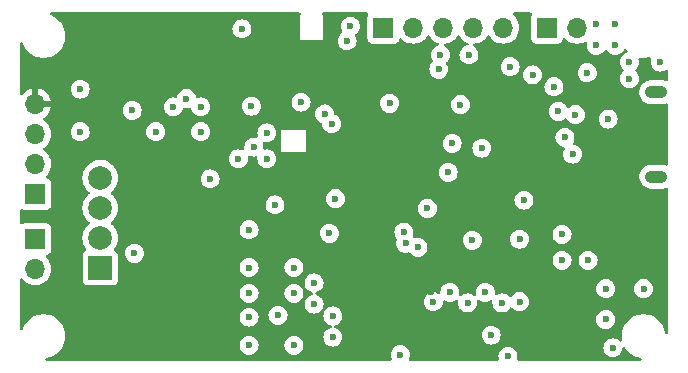
<source format=gbr>
%TF.GenerationSoftware,KiCad,Pcbnew,8.0.6*%
%TF.CreationDate,2025-01-17T09:04:30-05:00*%
%TF.ProjectId,Vanguard_V2,56616e67-7561-4726-945f-56322e6b6963,rev?*%
%TF.SameCoordinates,Original*%
%TF.FileFunction,Copper,L2,Inr*%
%TF.FilePolarity,Positive*%
%FSLAX46Y46*%
G04 Gerber Fmt 4.6, Leading zero omitted, Abs format (unit mm)*
G04 Created by KiCad (PCBNEW 8.0.6) date 2025-01-17 09:04:30*
%MOMM*%
%LPD*%
G01*
G04 APERTURE LIST*
%TA.AperFunction,ComponentPad*%
%ADD10R,1.700000X1.700000*%
%TD*%
%TA.AperFunction,ComponentPad*%
%ADD11O,1.700000X1.700000*%
%TD*%
%TA.AperFunction,ComponentPad*%
%ADD12O,1.900000X1.050000*%
%TD*%
%TA.AperFunction,ComponentPad*%
%ADD13R,2.000000X2.000000*%
%TD*%
%TA.AperFunction,ComponentPad*%
%ADD14C,2.000000*%
%TD*%
%TA.AperFunction,ViaPad*%
%ADD15C,0.600000*%
%TD*%
G04 APERTURE END LIST*
D10*
%TO.N,C1_P*%
%TO.C,J1*%
X99314000Y-92197000D03*
D11*
%TO.N,GND*%
X99314000Y-94737000D03*
%TD*%
D10*
%TO.N,I2C1_SDA*%
%TO.C,J5*%
X142616000Y-74295000D03*
D11*
%TO.N,I2C1_SCL*%
X145156000Y-74295000D03*
%TD*%
D12*
%TO.N,GND*%
%TO.C,J8*%
X151892000Y-86906000D03*
X151892000Y-79756000D03*
%TD*%
D10*
%TO.N,SERVO_1_PWM*%
%TO.C,J2*%
X128778000Y-74295000D03*
D11*
%TO.N,SERVO_2_PWM*%
X131318000Y-74295000D03*
%TO.N,SERVO_3_PWM*%
X133858000Y-74295000D03*
%TO.N,SERVO_4_PWM*%
X136398000Y-74295000D03*
%TO.N,SERVO_5_PWM*%
X138938000Y-74295000D03*
%TD*%
D10*
%TO.N,GND*%
%TO.C,J4*%
X99314000Y-88392000D03*
D11*
%TO.N,Net-(J4-Pin_2)*%
X99314000Y-85852000D03*
%TO.N,Net-(J4-Pin_3)*%
X99314000Y-83312000D03*
%TO.N,+3.3V*%
X99314000Y-80772000D03*
%TD*%
D13*
%TO.N,C1_M*%
%TO.C,J6*%
X104800000Y-94620000D03*
D14*
%TO.N,C1_P*%
X104800000Y-92080000D03*
%TO.N,C2_M*%
X104800000Y-89540000D03*
%TO.N,C1_P*%
X104800000Y-87000000D03*
%TD*%
D15*
%TO.N,GND*%
X118900000Y-85400000D03*
X134600000Y-84100000D03*
X149600000Y-78600000D03*
X121200000Y-94600000D03*
X144800000Y-85000000D03*
X143900000Y-94000000D03*
X146800000Y-75800000D03*
X152200000Y-77200000D03*
X150800000Y-96400000D03*
X113300000Y-81000000D03*
X146800000Y-74000000D03*
X143900000Y-91800000D03*
X149600000Y-77200000D03*
X116800000Y-74400000D03*
X129300000Y-80700000D03*
X109500000Y-83100000D03*
X143590103Y-81385897D03*
X117400000Y-91400000D03*
X124400000Y-82425000D03*
X146042000Y-78113000D03*
X107700000Y-93400000D03*
X137400000Y-96700000D03*
X116500000Y-85400000D03*
X121200000Y-96800000D03*
X148400000Y-74000000D03*
X117400000Y-101200000D03*
X117400000Y-98800000D03*
X117400000Y-96800000D03*
X117800000Y-84400000D03*
X141400000Y-78300000D03*
X130200000Y-101981000D03*
X103100000Y-83100000D03*
X147600000Y-99000000D03*
X103100000Y-79500000D03*
X111000000Y-81000000D03*
X135900000Y-97600000D03*
X147600000Y-96400000D03*
X146100000Y-94000000D03*
X136300000Y-92300000D03*
X113300000Y-83100000D03*
X138800000Y-97600000D03*
X119600000Y-89300000D03*
X121200000Y-101200000D03*
X148200000Y-101400000D03*
X118900000Y-83200000D03*
X147800000Y-82031000D03*
X133000000Y-97500000D03*
X134400000Y-96700000D03*
X125700000Y-75400000D03*
X124714000Y-88773000D03*
X117400000Y-94600000D03*
X139319000Y-102100000D03*
X148400000Y-75800000D03*
%TO.N,+3.3V*%
X129400000Y-85600000D03*
X123400000Y-93400000D03*
X144081500Y-77533500D03*
X127508000Y-77597000D03*
X129200000Y-98000000D03*
X137100000Y-102000000D03*
X145669000Y-100358000D03*
X125200000Y-83300000D03*
X142951470Y-80500000D03*
X108526000Y-75438000D03*
X124400000Y-95800000D03*
X132800000Y-96700000D03*
X138000000Y-92300000D03*
X151600000Y-88600000D03*
X104200000Y-100800000D03*
X120650000Y-89281000D03*
%TO.N,VBUS*%
X144145000Y-83586000D03*
%TO.N,I2C1_SDA*%
X145034000Y-81661000D03*
X134250000Y-86550000D03*
X117600000Y-80940000D03*
X124500046Y-100499954D03*
X140300000Y-97500000D03*
X140300000Y-92200000D03*
X123800000Y-81600000D03*
%TO.N,I2C1_SCL*%
X140674000Y-88900000D03*
X143216000Y-79294528D03*
X137900000Y-100330000D03*
X135300000Y-80800000D03*
X124500000Y-98700000D03*
%TO.N,SERVO_5_PWM*%
X136017000Y-76581000D03*
X133464970Y-77816000D03*
%TO.N,SD_CS*%
X132500000Y-89600000D03*
%TO.N,SPI1_MOSI*%
X131700000Y-92900000D03*
X122900000Y-97700000D03*
%TO.N,SPI1_SCK*%
X130500000Y-91600000D03*
X122900000Y-95900000D03*
%TO.N,SPI1_MISO*%
X119850000Y-98650000D03*
X130650000Y-92550000D03*
%TO.N,BOOT0*%
X125984000Y-74168000D03*
X133604000Y-76581000D03*
%TO.N,SWDIO*%
X137111265Y-84488735D03*
X114100000Y-87100000D03*
%TO.N,SWCLK*%
X107500000Y-81300000D03*
X121800000Y-80600000D03*
X139500000Y-77600000D03*
X112100000Y-80300000D03*
%TO.N,TELEM_CS*%
X124200000Y-91700000D03*
%TD*%
%TA.AperFunction,Conductor*%
%TO.N,+3.3V*%
G36*
X121727177Y-73020185D02*
G01*
X121772932Y-73072989D01*
X121782876Y-73142147D01*
X121753851Y-73205703D01*
X121747819Y-73212181D01*
X121732000Y-73228000D01*
X121732000Y-75318000D01*
X123632000Y-75318000D01*
X123632000Y-73228000D01*
X123616181Y-73212181D01*
X123582696Y-73150858D01*
X123587680Y-73081166D01*
X123629552Y-73025233D01*
X123695016Y-73000816D01*
X123703862Y-73000500D01*
X127387825Y-73000500D01*
X127454864Y-73020185D01*
X127500619Y-73072989D01*
X127510563Y-73142147D01*
X127487092Y-73198810D01*
X127484206Y-73202664D01*
X127484202Y-73202671D01*
X127433908Y-73337517D01*
X127427501Y-73397116D01*
X127427500Y-73397135D01*
X127427500Y-75192870D01*
X127427501Y-75192876D01*
X127433908Y-75252483D01*
X127484202Y-75387328D01*
X127484206Y-75387335D01*
X127570452Y-75502544D01*
X127570455Y-75502547D01*
X127685664Y-75588793D01*
X127685671Y-75588797D01*
X127820517Y-75639091D01*
X127820516Y-75639091D01*
X127827444Y-75639835D01*
X127880127Y-75645500D01*
X129675872Y-75645499D01*
X129735483Y-75639091D01*
X129870331Y-75588796D01*
X129985546Y-75502546D01*
X130071796Y-75387331D01*
X130120810Y-75255916D01*
X130162681Y-75199984D01*
X130228145Y-75175566D01*
X130296418Y-75190417D01*
X130324673Y-75211569D01*
X130446599Y-75333495D01*
X130541572Y-75399996D01*
X130640165Y-75469032D01*
X130640167Y-75469033D01*
X130640170Y-75469035D01*
X130854337Y-75568903D01*
X130854343Y-75568904D01*
X130854344Y-75568905D01*
X130892949Y-75579249D01*
X131082592Y-75630063D01*
X131259034Y-75645500D01*
X131317999Y-75650659D01*
X131318000Y-75650659D01*
X131318001Y-75650659D01*
X131376966Y-75645500D01*
X131553408Y-75630063D01*
X131781663Y-75568903D01*
X131995830Y-75469035D01*
X132189401Y-75333495D01*
X132356495Y-75166401D01*
X132486425Y-74980842D01*
X132541002Y-74937217D01*
X132610500Y-74930023D01*
X132672855Y-74961546D01*
X132689575Y-74980842D01*
X132819500Y-75166395D01*
X132819505Y-75166401D01*
X132986599Y-75333495D01*
X133081572Y-75399996D01*
X133180165Y-75469032D01*
X133180167Y-75469033D01*
X133180170Y-75469035D01*
X133394337Y-75568903D01*
X133394350Y-75568906D01*
X133399431Y-75570757D01*
X133398632Y-75572950D01*
X133449814Y-75604099D01*
X133480387Y-75666925D01*
X133472140Y-75736306D01*
X133427692Y-75790215D01*
X133399073Y-75804613D01*
X133254480Y-75855209D01*
X133101737Y-75951184D01*
X132974184Y-76078737D01*
X132878211Y-76231476D01*
X132818631Y-76401745D01*
X132818630Y-76401750D01*
X132798435Y-76580996D01*
X132798435Y-76581003D01*
X132818630Y-76760249D01*
X132818631Y-76760254D01*
X132878211Y-76930523D01*
X132956860Y-77055691D01*
X132975860Y-77122928D01*
X132955492Y-77189763D01*
X132939548Y-77209344D01*
X132835153Y-77313739D01*
X132739181Y-77466476D01*
X132679601Y-77636745D01*
X132679600Y-77636750D01*
X132659405Y-77815996D01*
X132659405Y-77816003D01*
X132679600Y-77995249D01*
X132679601Y-77995254D01*
X132739181Y-78165523D01*
X132792561Y-78250476D01*
X132835154Y-78318262D01*
X132962708Y-78445816D01*
X133115448Y-78541789D01*
X133281814Y-78600003D01*
X133285715Y-78601368D01*
X133285720Y-78601369D01*
X133464966Y-78621565D01*
X133464970Y-78621565D01*
X133464974Y-78621565D01*
X133644219Y-78601369D01*
X133644222Y-78601368D01*
X133644225Y-78601368D01*
X133814492Y-78541789D01*
X133967232Y-78445816D01*
X134094786Y-78318262D01*
X134190759Y-78165522D01*
X134250338Y-77995255D01*
X134250339Y-77995249D01*
X134270535Y-77816003D01*
X134270535Y-77815996D01*
X134250339Y-77636750D01*
X134250338Y-77636745D01*
X134237479Y-77599996D01*
X138694435Y-77599996D01*
X138694435Y-77600003D01*
X138714630Y-77779249D01*
X138714631Y-77779254D01*
X138774211Y-77949523D01*
X138802943Y-77995249D01*
X138870184Y-78102262D01*
X138997738Y-78229816D01*
X139150478Y-78325789D01*
X139320745Y-78385368D01*
X139320750Y-78385369D01*
X139499996Y-78405565D01*
X139500000Y-78405565D01*
X139500004Y-78405565D01*
X139679249Y-78385369D01*
X139679252Y-78385368D01*
X139679255Y-78385368D01*
X139849522Y-78325789D01*
X139890571Y-78299996D01*
X140594435Y-78299996D01*
X140594435Y-78300003D01*
X140614630Y-78479249D01*
X140614631Y-78479254D01*
X140674211Y-78649523D01*
X140749854Y-78769907D01*
X140770184Y-78802262D01*
X140897738Y-78929816D01*
X140988080Y-78986582D01*
X141005833Y-78997737D01*
X141050478Y-79025789D01*
X141220745Y-79085368D01*
X141220750Y-79085369D01*
X141399996Y-79105565D01*
X141400000Y-79105565D01*
X141400004Y-79105565D01*
X141579249Y-79085369D01*
X141579252Y-79085368D01*
X141579255Y-79085368D01*
X141749522Y-79025789D01*
X141902262Y-78929816D01*
X142029816Y-78802262D01*
X142125789Y-78649522D01*
X142185368Y-78479255D01*
X142185369Y-78479249D01*
X142205565Y-78300003D01*
X142205565Y-78299996D01*
X142185369Y-78120750D01*
X142185368Y-78120745D01*
X142182658Y-78113000D01*
X142182657Y-78112996D01*
X145236435Y-78112996D01*
X145236435Y-78113003D01*
X145256630Y-78292249D01*
X145256631Y-78292254D01*
X145316211Y-78462523D01*
X145402592Y-78599996D01*
X145412184Y-78615262D01*
X145539738Y-78742816D01*
X145582858Y-78769910D01*
X145643450Y-78807983D01*
X145692478Y-78838789D01*
X145782200Y-78870184D01*
X145862745Y-78898368D01*
X145862750Y-78898369D01*
X146041996Y-78918565D01*
X146042000Y-78918565D01*
X146042004Y-78918565D01*
X146221249Y-78898369D01*
X146221252Y-78898368D01*
X146221255Y-78898368D01*
X146391522Y-78838789D01*
X146544262Y-78742816D01*
X146671816Y-78615262D01*
X146767789Y-78462522D01*
X146827368Y-78292255D01*
X146832075Y-78250478D01*
X146847565Y-78113003D01*
X146847565Y-78112996D01*
X146827369Y-77933750D01*
X146827368Y-77933745D01*
X146793801Y-77837817D01*
X146767789Y-77763478D01*
X146671816Y-77610738D01*
X146544262Y-77483184D01*
X146517673Y-77466477D01*
X146391523Y-77387211D01*
X146221254Y-77327631D01*
X146221249Y-77327630D01*
X146042004Y-77307435D01*
X146041996Y-77307435D01*
X145862750Y-77327630D01*
X145862745Y-77327631D01*
X145692476Y-77387211D01*
X145539737Y-77483184D01*
X145412184Y-77610737D01*
X145316211Y-77763476D01*
X145256631Y-77933745D01*
X145256630Y-77933750D01*
X145236435Y-78112996D01*
X142182657Y-78112996D01*
X142125789Y-77950478D01*
X142125188Y-77949522D01*
X142043061Y-77818817D01*
X142029816Y-77797738D01*
X141902262Y-77670184D01*
X141849052Y-77636750D01*
X141749523Y-77574211D01*
X141579254Y-77514631D01*
X141579249Y-77514630D01*
X141400004Y-77494435D01*
X141399996Y-77494435D01*
X141220750Y-77514630D01*
X141220745Y-77514631D01*
X141050476Y-77574211D01*
X140897737Y-77670184D01*
X140770184Y-77797737D01*
X140674211Y-77950476D01*
X140614631Y-78120745D01*
X140614630Y-78120750D01*
X140594435Y-78299996D01*
X139890571Y-78299996D01*
X140002262Y-78229816D01*
X140129816Y-78102262D01*
X140225789Y-77949522D01*
X140285368Y-77779255D01*
X140294043Y-77702262D01*
X140305565Y-77600003D01*
X140305565Y-77599996D01*
X140285369Y-77420750D01*
X140285368Y-77420745D01*
X140252786Y-77327631D01*
X140225789Y-77250478D01*
X140129816Y-77097738D01*
X140002262Y-76970184D01*
X139939142Y-76930523D01*
X139849523Y-76874211D01*
X139679254Y-76814631D01*
X139679249Y-76814630D01*
X139500004Y-76794435D01*
X139499996Y-76794435D01*
X139320750Y-76814630D01*
X139320745Y-76814631D01*
X139150476Y-76874211D01*
X138997737Y-76970184D01*
X138870184Y-77097737D01*
X138774211Y-77250476D01*
X138714631Y-77420745D01*
X138714630Y-77420750D01*
X138694435Y-77599996D01*
X134237479Y-77599996D01*
X134228456Y-77574211D01*
X134190759Y-77466478D01*
X134112108Y-77341306D01*
X134093109Y-77274072D01*
X134113476Y-77207236D01*
X134129413Y-77187664D01*
X134233816Y-77083262D01*
X134329789Y-76930522D01*
X134389368Y-76760255D01*
X134389369Y-76760249D01*
X134409565Y-76581003D01*
X134409565Y-76580996D01*
X134389369Y-76401750D01*
X134389368Y-76401745D01*
X134354556Y-76302259D01*
X134329789Y-76231478D01*
X134324300Y-76222743D01*
X134278293Y-76149523D01*
X134233816Y-76078738D01*
X134106262Y-75951184D01*
X134106260Y-75951182D01*
X133968589Y-75864677D01*
X133922299Y-75812343D01*
X133911651Y-75743289D01*
X133940026Y-75679441D01*
X133998416Y-75641069D01*
X134023747Y-75636157D01*
X134093408Y-75630063D01*
X134321663Y-75568903D01*
X134535830Y-75469035D01*
X134729401Y-75333495D01*
X134896495Y-75166401D01*
X135026425Y-74980842D01*
X135081002Y-74937217D01*
X135150500Y-74930023D01*
X135212855Y-74961546D01*
X135229575Y-74980842D01*
X135359500Y-75166395D01*
X135359505Y-75166401D01*
X135526599Y-75333495D01*
X135621572Y-75399996D01*
X135720165Y-75469032D01*
X135720167Y-75469033D01*
X135720170Y-75469035D01*
X135907711Y-75556487D01*
X135960149Y-75602658D01*
X135979301Y-75669852D01*
X135959085Y-75736733D01*
X135905920Y-75782067D01*
X135869190Y-75792088D01*
X135837749Y-75795630D01*
X135837745Y-75795631D01*
X135667476Y-75855211D01*
X135514737Y-75951184D01*
X135387184Y-76078737D01*
X135291211Y-76231476D01*
X135231631Y-76401745D01*
X135231630Y-76401750D01*
X135211435Y-76580996D01*
X135211435Y-76581003D01*
X135231630Y-76760249D01*
X135231631Y-76760254D01*
X135291211Y-76930523D01*
X135347900Y-77020742D01*
X135387184Y-77083262D01*
X135514738Y-77210816D01*
X135667478Y-77306789D01*
X135727044Y-77327632D01*
X135837745Y-77366368D01*
X135837750Y-77366369D01*
X136016996Y-77386565D01*
X136017000Y-77386565D01*
X136017004Y-77386565D01*
X136196249Y-77366369D01*
X136196252Y-77366368D01*
X136196255Y-77366368D01*
X136366522Y-77306789D01*
X136519262Y-77210816D01*
X136646816Y-77083262D01*
X136742789Y-76930522D01*
X136802368Y-76760255D01*
X136802369Y-76760249D01*
X136822565Y-76581003D01*
X136822565Y-76580996D01*
X136802369Y-76401750D01*
X136802368Y-76401745D01*
X136767556Y-76302259D01*
X136742789Y-76231478D01*
X136737300Y-76222743D01*
X136691293Y-76149523D01*
X136646816Y-76078738D01*
X136519262Y-75951184D01*
X136397111Y-75874431D01*
X136350821Y-75822097D01*
X136340173Y-75753044D01*
X136368548Y-75689195D01*
X136426938Y-75650823D01*
X136452274Y-75645910D01*
X136633408Y-75630063D01*
X136861663Y-75568903D01*
X137075830Y-75469035D01*
X137269401Y-75333495D01*
X137436495Y-75166401D01*
X137566425Y-74980842D01*
X137621002Y-74937217D01*
X137690500Y-74930023D01*
X137752855Y-74961546D01*
X137769575Y-74980842D01*
X137899500Y-75166395D01*
X137899505Y-75166401D01*
X138066599Y-75333495D01*
X138161572Y-75399996D01*
X138260165Y-75469032D01*
X138260167Y-75469033D01*
X138260170Y-75469035D01*
X138474337Y-75568903D01*
X138474343Y-75568904D01*
X138474344Y-75568905D01*
X138512949Y-75579249D01*
X138702592Y-75630063D01*
X138879034Y-75645500D01*
X138937999Y-75650659D01*
X138938000Y-75650659D01*
X138938001Y-75650659D01*
X138996966Y-75645500D01*
X139173408Y-75630063D01*
X139401663Y-75568903D01*
X139615830Y-75469035D01*
X139809401Y-75333495D01*
X139976495Y-75166401D01*
X140112035Y-74972830D01*
X140211903Y-74758663D01*
X140273063Y-74530408D01*
X140293659Y-74295000D01*
X140273063Y-74059592D01*
X140211903Y-73831337D01*
X140112035Y-73617171D01*
X140110258Y-73614632D01*
X139976494Y-73423597D01*
X139809402Y-73256506D01*
X139809396Y-73256501D01*
X139765943Y-73226075D01*
X139722318Y-73171498D01*
X139715124Y-73102000D01*
X139746647Y-73039645D01*
X139806877Y-73004231D01*
X139837066Y-73000500D01*
X141225825Y-73000500D01*
X141292864Y-73020185D01*
X141338619Y-73072989D01*
X141348563Y-73142147D01*
X141325092Y-73198810D01*
X141322206Y-73202664D01*
X141322202Y-73202671D01*
X141271908Y-73337517D01*
X141265501Y-73397116D01*
X141265500Y-73397135D01*
X141265500Y-75192870D01*
X141265501Y-75192876D01*
X141271908Y-75252483D01*
X141322202Y-75387328D01*
X141322206Y-75387335D01*
X141408452Y-75502544D01*
X141408455Y-75502547D01*
X141523664Y-75588793D01*
X141523671Y-75588797D01*
X141658517Y-75639091D01*
X141658516Y-75639091D01*
X141665444Y-75639835D01*
X141718127Y-75645500D01*
X143513872Y-75645499D01*
X143573483Y-75639091D01*
X143708331Y-75588796D01*
X143823546Y-75502546D01*
X143909796Y-75387331D01*
X143958810Y-75255916D01*
X144000681Y-75199984D01*
X144066145Y-75175566D01*
X144134418Y-75190417D01*
X144162673Y-75211569D01*
X144284599Y-75333495D01*
X144379572Y-75399996D01*
X144478165Y-75469032D01*
X144478167Y-75469033D01*
X144478170Y-75469035D01*
X144692337Y-75568903D01*
X144692343Y-75568904D01*
X144692344Y-75568905D01*
X144730949Y-75579249D01*
X144920592Y-75630063D01*
X145097034Y-75645500D01*
X145155999Y-75650659D01*
X145156000Y-75650659D01*
X145156001Y-75650659D01*
X145214966Y-75645500D01*
X145391408Y-75630063D01*
X145619663Y-75568903D01*
X145833830Y-75469035D01*
X145833838Y-75469029D01*
X145837512Y-75466909D01*
X145905412Y-75450436D01*
X145971439Y-75473289D01*
X146014630Y-75528210D01*
X146021271Y-75597763D01*
X146016555Y-75615247D01*
X146014632Y-75620740D01*
X146014630Y-75620750D01*
X145994435Y-75799996D01*
X145994435Y-75800003D01*
X146014630Y-75979249D01*
X146014631Y-75979254D01*
X146074211Y-76149523D01*
X146120219Y-76222743D01*
X146170184Y-76302262D01*
X146297738Y-76429816D01*
X146450478Y-76525789D01*
X146605193Y-76579926D01*
X146620745Y-76585368D01*
X146620750Y-76585369D01*
X146799996Y-76605565D01*
X146800000Y-76605565D01*
X146800004Y-76605565D01*
X146979249Y-76585369D01*
X146979252Y-76585368D01*
X146979255Y-76585368D01*
X147149522Y-76525789D01*
X147302262Y-76429816D01*
X147429816Y-76302262D01*
X147495007Y-76198510D01*
X147547341Y-76152221D01*
X147616394Y-76141573D01*
X147680243Y-76169948D01*
X147704992Y-76198509D01*
X147770184Y-76302262D01*
X147897738Y-76429816D01*
X148050478Y-76525789D01*
X148205193Y-76579926D01*
X148220745Y-76585368D01*
X148220750Y-76585369D01*
X148399996Y-76605565D01*
X148400000Y-76605565D01*
X148400004Y-76605565D01*
X148579249Y-76585369D01*
X148579252Y-76585368D01*
X148579255Y-76585368D01*
X148749522Y-76525789D01*
X148874053Y-76447540D01*
X148937559Y-76429593D01*
X148937423Y-76428567D01*
X148967094Y-76365310D01*
X148972261Y-76359816D01*
X149029816Y-76302262D01*
X149104644Y-76183173D01*
X149129494Y-76143626D01*
X149131166Y-76144676D01*
X149171462Y-76100044D01*
X149238888Y-76081728D01*
X149305513Y-76102773D01*
X149334740Y-76130216D01*
X149405733Y-76222736D01*
X149405739Y-76222743D01*
X149412233Y-76229237D01*
X149445718Y-76290560D01*
X149440734Y-76360252D01*
X149398862Y-76416185D01*
X149365507Y-76433959D01*
X149250480Y-76474209D01*
X149125946Y-76552459D01*
X149062440Y-76570404D01*
X149062577Y-76571431D01*
X149032905Y-76634688D01*
X149027707Y-76640215D01*
X148970183Y-76697739D01*
X148874211Y-76850476D01*
X148814631Y-77020745D01*
X148814630Y-77020750D01*
X148794435Y-77199996D01*
X148794435Y-77200003D01*
X148814630Y-77379249D01*
X148814631Y-77379254D01*
X148874211Y-77549523D01*
X148970184Y-77702262D01*
X149080241Y-77812319D01*
X149113726Y-77873642D01*
X149108742Y-77943334D01*
X149080241Y-77987681D01*
X148970184Y-78097737D01*
X148874211Y-78250476D01*
X148814631Y-78420745D01*
X148814630Y-78420750D01*
X148794435Y-78599996D01*
X148794435Y-78600003D01*
X148814630Y-78779249D01*
X148814631Y-78779254D01*
X148874211Y-78949523D01*
X148959569Y-79085368D01*
X148970184Y-79102262D01*
X149097738Y-79229816D01*
X149162068Y-79270237D01*
X149242450Y-79320745D01*
X149250478Y-79325789D01*
X149420745Y-79385368D01*
X149420750Y-79385369D01*
X149599996Y-79405565D01*
X149600000Y-79405565D01*
X149600004Y-79405565D01*
X149779249Y-79385369D01*
X149779252Y-79385368D01*
X149779255Y-79385368D01*
X149949522Y-79325789D01*
X150102262Y-79229816D01*
X150229816Y-79102262D01*
X150325789Y-78949522D01*
X150385368Y-78779255D01*
X150385369Y-78779249D01*
X150405565Y-78600003D01*
X150405565Y-78599996D01*
X150385369Y-78420750D01*
X150385368Y-78420745D01*
X150352141Y-78325788D01*
X150325789Y-78250478D01*
X150229816Y-78097738D01*
X150119759Y-77987681D01*
X150086274Y-77926358D01*
X150091258Y-77856666D01*
X150119759Y-77812319D01*
X150168602Y-77763476D01*
X150229816Y-77702262D01*
X150325789Y-77549522D01*
X150385368Y-77379255D01*
X150389644Y-77341308D01*
X150405565Y-77200003D01*
X150405565Y-77199996D01*
X150385369Y-77020750D01*
X150385367Y-77020742D01*
X150375306Y-76991988D01*
X150371745Y-76922209D01*
X150406474Y-76861582D01*
X150468467Y-76829355D01*
X150508527Y-76828095D01*
X150678712Y-76850500D01*
X150921289Y-76850500D01*
X150951350Y-76846542D01*
X151161789Y-76818838D01*
X151292129Y-76783913D01*
X151361973Y-76785576D01*
X151419836Y-76824738D01*
X151447341Y-76888966D01*
X151441260Y-76944641D01*
X151414633Y-77020738D01*
X151414630Y-77020750D01*
X151394435Y-77199996D01*
X151394435Y-77200003D01*
X151414630Y-77379249D01*
X151414631Y-77379254D01*
X151474211Y-77549523D01*
X151529017Y-77636745D01*
X151570184Y-77702262D01*
X151697738Y-77829816D01*
X151767487Y-77873642D01*
X151797422Y-77892452D01*
X151850478Y-77925789D01*
X151977352Y-77970184D01*
X152020745Y-77985368D01*
X152020750Y-77985369D01*
X152199996Y-78005565D01*
X152200000Y-78005565D01*
X152200004Y-78005565D01*
X152379249Y-77985369D01*
X152379252Y-77985368D01*
X152379255Y-77985368D01*
X152549522Y-77925789D01*
X152689528Y-77837816D01*
X152756764Y-77818817D01*
X152823600Y-77839185D01*
X152868814Y-77892452D01*
X152879500Y-77942811D01*
X152879500Y-78693422D01*
X152859815Y-78760461D01*
X152807011Y-78806216D01*
X152737853Y-78816160D01*
X152708048Y-78807983D01*
X152616131Y-78769910D01*
X152616119Y-78769907D01*
X152418007Y-78730500D01*
X152418003Y-78730500D01*
X151365997Y-78730500D01*
X151365992Y-78730500D01*
X151167880Y-78769907D01*
X151167872Y-78769909D01*
X150981247Y-78847212D01*
X150981237Y-78847217D01*
X150813281Y-78959441D01*
X150670441Y-79102281D01*
X150558217Y-79270237D01*
X150558212Y-79270247D01*
X150480909Y-79456872D01*
X150480907Y-79456880D01*
X150441500Y-79654992D01*
X150441500Y-79857007D01*
X150480907Y-80055119D01*
X150480909Y-80055127D01*
X150558212Y-80241752D01*
X150558217Y-80241762D01*
X150670441Y-80409718D01*
X150813281Y-80552558D01*
X150981237Y-80664782D01*
X150981241Y-80664784D01*
X150981244Y-80664786D01*
X151167873Y-80742091D01*
X151354706Y-80779254D01*
X151365992Y-80781499D01*
X151365996Y-80781500D01*
X151365997Y-80781500D01*
X152418004Y-80781500D01*
X152418005Y-80781499D01*
X152616127Y-80742091D01*
X152708047Y-80704015D01*
X152777516Y-80696547D01*
X152839996Y-80727822D01*
X152875648Y-80787911D01*
X152879500Y-80818577D01*
X152879500Y-85843422D01*
X152859815Y-85910461D01*
X152807011Y-85956216D01*
X152737853Y-85966160D01*
X152708048Y-85957983D01*
X152616131Y-85919910D01*
X152616119Y-85919907D01*
X152418007Y-85880500D01*
X152418003Y-85880500D01*
X151365997Y-85880500D01*
X151365992Y-85880500D01*
X151167880Y-85919907D01*
X151167872Y-85919909D01*
X150981247Y-85997212D01*
X150981237Y-85997217D01*
X150813281Y-86109441D01*
X150670441Y-86252281D01*
X150558217Y-86420237D01*
X150558212Y-86420247D01*
X150480909Y-86606872D01*
X150480907Y-86606880D01*
X150441500Y-86804992D01*
X150441500Y-87007007D01*
X150480907Y-87205119D01*
X150480909Y-87205127D01*
X150558212Y-87391752D01*
X150558217Y-87391762D01*
X150670441Y-87559718D01*
X150813281Y-87702558D01*
X150981237Y-87814782D01*
X150981241Y-87814784D01*
X150981244Y-87814786D01*
X151167873Y-87892091D01*
X151365992Y-87931499D01*
X151365996Y-87931500D01*
X151365997Y-87931500D01*
X152418004Y-87931500D01*
X152418005Y-87931499D01*
X152616127Y-87892091D01*
X152708047Y-87854015D01*
X152777516Y-87846547D01*
X152839996Y-87877822D01*
X152875648Y-87937911D01*
X152879500Y-87968577D01*
X152879500Y-100126264D01*
X152859815Y-100193303D01*
X152807011Y-100239058D01*
X152737853Y-100249002D01*
X152674297Y-100219977D01*
X152636523Y-100161199D01*
X152632561Y-100142449D01*
X152618838Y-100038214D01*
X152618838Y-100038211D01*
X152556054Y-99803900D01*
X152463224Y-99579788D01*
X152341936Y-99369711D01*
X152213448Y-99202262D01*
X152194266Y-99177263D01*
X152194260Y-99177256D01*
X152022743Y-99005739D01*
X152022736Y-99005733D01*
X151830293Y-98858067D01*
X151830292Y-98858066D01*
X151830289Y-98858064D01*
X151620212Y-98736776D01*
X151620205Y-98736773D01*
X151396104Y-98643947D01*
X151161785Y-98581161D01*
X150921289Y-98549500D01*
X150921288Y-98549500D01*
X150678712Y-98549500D01*
X150678711Y-98549500D01*
X150438214Y-98581161D01*
X150203895Y-98643947D01*
X149979794Y-98736773D01*
X149979785Y-98736777D01*
X149769706Y-98858067D01*
X149577263Y-99005733D01*
X149577256Y-99005739D01*
X149405739Y-99177256D01*
X149405733Y-99177263D01*
X149258067Y-99369706D01*
X149258064Y-99369710D01*
X149258064Y-99369711D01*
X149254555Y-99375789D01*
X149136777Y-99579785D01*
X149136773Y-99579794D01*
X149043947Y-99803895D01*
X148981161Y-100038214D01*
X148949500Y-100278711D01*
X148949500Y-100521288D01*
X148977039Y-100730475D01*
X148966273Y-100799510D01*
X148919893Y-100851766D01*
X148852624Y-100870651D01*
X148785824Y-100850170D01*
X148766419Y-100834341D01*
X148702262Y-100770184D01*
X148549523Y-100674211D01*
X148379254Y-100614631D01*
X148379249Y-100614630D01*
X148200004Y-100594435D01*
X148199996Y-100594435D01*
X148020750Y-100614630D01*
X148020745Y-100614631D01*
X147850476Y-100674211D01*
X147697737Y-100770184D01*
X147570184Y-100897737D01*
X147474211Y-101050476D01*
X147414631Y-101220745D01*
X147414630Y-101220750D01*
X147394435Y-101399996D01*
X147394435Y-101400003D01*
X147414630Y-101579249D01*
X147414631Y-101579254D01*
X147474211Y-101749523D01*
X147507025Y-101801745D01*
X147570184Y-101902262D01*
X147697738Y-102029816D01*
X147850478Y-102125789D01*
X147948982Y-102160257D01*
X148020745Y-102185368D01*
X148020750Y-102185369D01*
X148199996Y-102205565D01*
X148200000Y-102205565D01*
X148200004Y-102205565D01*
X148379249Y-102185369D01*
X148379252Y-102185368D01*
X148379255Y-102185368D01*
X148549522Y-102125789D01*
X148702262Y-102029816D01*
X148829816Y-101902262D01*
X148925789Y-101749522D01*
X148985368Y-101579255D01*
X149001748Y-101433875D01*
X149028814Y-101369462D01*
X149086409Y-101329907D01*
X149156246Y-101327769D01*
X149216152Y-101363727D01*
X149232353Y-101385756D01*
X149258064Y-101430289D01*
X149258066Y-101430292D01*
X149258067Y-101430293D01*
X149405733Y-101622736D01*
X149405739Y-101622743D01*
X149577256Y-101794260D01*
X149577263Y-101794266D01*
X149623592Y-101829815D01*
X149769711Y-101941936D01*
X149979788Y-102063224D01*
X150203900Y-102156054D01*
X150438211Y-102218838D01*
X150531046Y-102231059D01*
X150542449Y-102232561D01*
X150606346Y-102260827D01*
X150644817Y-102319152D01*
X150645648Y-102389016D01*
X150608576Y-102448240D01*
X150545370Y-102478019D01*
X150526264Y-102479500D01*
X140209061Y-102479500D01*
X140142022Y-102459815D01*
X140096267Y-102407011D01*
X140086323Y-102337853D01*
X140092020Y-102314544D01*
X140104367Y-102279259D01*
X140104369Y-102279249D01*
X140124565Y-102100003D01*
X140124565Y-102099996D01*
X140104369Y-101920750D01*
X140104368Y-101920745D01*
X140044789Y-101750478D01*
X140044188Y-101749522D01*
X139970015Y-101631476D01*
X139948816Y-101597738D01*
X139821262Y-101470184D01*
X139668523Y-101374211D01*
X139498254Y-101314631D01*
X139498249Y-101314630D01*
X139319004Y-101294435D01*
X139318996Y-101294435D01*
X139139750Y-101314630D01*
X139139745Y-101314631D01*
X138969476Y-101374211D01*
X138816737Y-101470184D01*
X138689184Y-101597737D01*
X138593211Y-101750476D01*
X138533631Y-101920745D01*
X138533630Y-101920750D01*
X138513435Y-102099996D01*
X138513435Y-102100003D01*
X138533630Y-102279249D01*
X138533632Y-102279259D01*
X138545980Y-102314544D01*
X138549543Y-102384323D01*
X138514814Y-102444951D01*
X138452821Y-102477178D01*
X138428939Y-102479500D01*
X131048422Y-102479500D01*
X130981383Y-102459815D01*
X130935628Y-102407011D01*
X130925684Y-102337853D01*
X130931380Y-102314546D01*
X130976580Y-102185369D01*
X130985368Y-102160255D01*
X130985369Y-102160249D01*
X131005565Y-101981003D01*
X131005565Y-101980996D01*
X130985369Y-101801750D01*
X130985368Y-101801745D01*
X130948792Y-101697218D01*
X130925789Y-101631478D01*
X130920300Y-101622743D01*
X130874293Y-101549523D01*
X130829816Y-101478738D01*
X130702262Y-101351184D01*
X130549523Y-101255211D01*
X130379254Y-101195631D01*
X130379249Y-101195630D01*
X130200004Y-101175435D01*
X130199996Y-101175435D01*
X130020750Y-101195630D01*
X130020745Y-101195631D01*
X129850476Y-101255211D01*
X129697737Y-101351184D01*
X129570184Y-101478737D01*
X129474211Y-101631476D01*
X129414631Y-101801745D01*
X129414630Y-101801750D01*
X129394435Y-101980996D01*
X129394435Y-101981003D01*
X129414630Y-102160249D01*
X129414632Y-102160257D01*
X129468620Y-102314546D01*
X129472181Y-102384324D01*
X129437452Y-102444952D01*
X129375459Y-102477179D01*
X129351578Y-102479500D01*
X100273736Y-102479500D01*
X100206697Y-102459815D01*
X100160942Y-102407011D01*
X100150998Y-102337853D01*
X100180023Y-102274297D01*
X100238801Y-102236523D01*
X100257551Y-102232561D01*
X100266343Y-102231403D01*
X100361789Y-102218838D01*
X100596100Y-102156054D01*
X100820212Y-102063224D01*
X101030289Y-101941936D01*
X101222738Y-101794265D01*
X101394265Y-101622738D01*
X101541936Y-101430289D01*
X101663224Y-101220212D01*
X101671598Y-101199996D01*
X116594435Y-101199996D01*
X116594435Y-101200003D01*
X116614630Y-101379249D01*
X116614631Y-101379254D01*
X116674211Y-101549523D01*
X116720219Y-101622743D01*
X116770184Y-101702262D01*
X116897738Y-101829816D01*
X116920420Y-101844068D01*
X117042450Y-101920745D01*
X117050478Y-101925789D01*
X117208251Y-101980996D01*
X117220745Y-101985368D01*
X117220750Y-101985369D01*
X117399996Y-102005565D01*
X117400000Y-102005565D01*
X117400004Y-102005565D01*
X117579249Y-101985369D01*
X117579252Y-101985368D01*
X117579255Y-101985368D01*
X117749522Y-101925789D01*
X117902262Y-101829816D01*
X118029816Y-101702262D01*
X118125789Y-101549522D01*
X118185368Y-101379255D01*
X118185369Y-101379249D01*
X118205565Y-101200003D01*
X118205565Y-101199996D01*
X120394435Y-101199996D01*
X120394435Y-101200003D01*
X120414630Y-101379249D01*
X120414631Y-101379254D01*
X120474211Y-101549523D01*
X120520219Y-101622743D01*
X120570184Y-101702262D01*
X120697738Y-101829816D01*
X120720420Y-101844068D01*
X120842450Y-101920745D01*
X120850478Y-101925789D01*
X121008251Y-101980996D01*
X121020745Y-101985368D01*
X121020750Y-101985369D01*
X121199996Y-102005565D01*
X121200000Y-102005565D01*
X121200004Y-102005565D01*
X121379249Y-101985369D01*
X121379252Y-101985368D01*
X121379255Y-101985368D01*
X121549522Y-101925789D01*
X121702262Y-101829816D01*
X121829816Y-101702262D01*
X121925789Y-101549522D01*
X121985368Y-101379255D01*
X121985369Y-101379249D01*
X122005565Y-101200003D01*
X122005565Y-101199996D01*
X121985369Y-101020750D01*
X121985368Y-101020745D01*
X121942326Y-100897738D01*
X121925789Y-100850478D01*
X121925595Y-100850170D01*
X121829815Y-100697737D01*
X121702262Y-100570184D01*
X121549523Y-100474211D01*
X121379254Y-100414631D01*
X121379249Y-100414630D01*
X121200004Y-100394435D01*
X121199996Y-100394435D01*
X121020750Y-100414630D01*
X121020745Y-100414631D01*
X120850476Y-100474211D01*
X120697737Y-100570184D01*
X120570184Y-100697737D01*
X120474211Y-100850476D01*
X120414631Y-101020745D01*
X120414630Y-101020750D01*
X120394435Y-101199996D01*
X118205565Y-101199996D01*
X118185369Y-101020750D01*
X118185368Y-101020745D01*
X118142326Y-100897738D01*
X118125789Y-100850478D01*
X118125595Y-100850170D01*
X118029815Y-100697737D01*
X117902262Y-100570184D01*
X117749523Y-100474211D01*
X117579254Y-100414631D01*
X117579249Y-100414630D01*
X117400004Y-100394435D01*
X117399996Y-100394435D01*
X117220750Y-100414630D01*
X117220745Y-100414631D01*
X117050476Y-100474211D01*
X116897737Y-100570184D01*
X116770184Y-100697737D01*
X116674211Y-100850476D01*
X116614631Y-101020745D01*
X116614630Y-101020750D01*
X116594435Y-101199996D01*
X101671598Y-101199996D01*
X101756054Y-100996100D01*
X101818838Y-100761789D01*
X101850500Y-100521288D01*
X101850500Y-100278712D01*
X101818838Y-100038211D01*
X101756054Y-99803900D01*
X101663224Y-99579788D01*
X101541936Y-99369711D01*
X101413448Y-99202262D01*
X101394266Y-99177263D01*
X101394260Y-99177256D01*
X101222743Y-99005739D01*
X101222736Y-99005733D01*
X101030293Y-98858067D01*
X101030292Y-98858066D01*
X101030289Y-98858064D01*
X100929712Y-98799996D01*
X116594435Y-98799996D01*
X116594435Y-98800003D01*
X116614630Y-98979249D01*
X116614631Y-98979254D01*
X116674211Y-99149523D01*
X116756080Y-99279815D01*
X116770184Y-99302262D01*
X116897738Y-99429816D01*
X116982262Y-99482926D01*
X117047097Y-99523665D01*
X117050478Y-99525789D01*
X117220745Y-99585368D01*
X117220750Y-99585369D01*
X117399996Y-99605565D01*
X117400000Y-99605565D01*
X117400004Y-99605565D01*
X117579249Y-99585369D01*
X117579252Y-99585368D01*
X117579255Y-99585368D01*
X117749522Y-99525789D01*
X117902262Y-99429816D01*
X118029816Y-99302262D01*
X118125789Y-99149522D01*
X118185368Y-98979255D01*
X118185369Y-98979249D01*
X118205565Y-98800003D01*
X118205565Y-98799996D01*
X118188664Y-98649996D01*
X119044435Y-98649996D01*
X119044435Y-98650003D01*
X119064630Y-98829249D01*
X119064631Y-98829254D01*
X119124211Y-98999523D01*
X119218462Y-99149522D01*
X119220184Y-99152262D01*
X119347738Y-99279816D01*
X119500478Y-99375789D01*
X119654878Y-99429816D01*
X119670745Y-99435368D01*
X119670750Y-99435369D01*
X119849996Y-99455565D01*
X119850000Y-99455565D01*
X119850004Y-99455565D01*
X120029249Y-99435369D01*
X120029252Y-99435368D01*
X120029255Y-99435368D01*
X120199522Y-99375789D01*
X120352262Y-99279816D01*
X120479816Y-99152262D01*
X120575789Y-98999522D01*
X120635368Y-98829255D01*
X120635369Y-98829249D01*
X120649932Y-98699996D01*
X123694435Y-98699996D01*
X123694435Y-98700003D01*
X123714630Y-98879249D01*
X123714631Y-98879254D01*
X123774211Y-99049523D01*
X123837045Y-99149522D01*
X123870184Y-99202262D01*
X123997738Y-99329816D01*
X124070902Y-99375788D01*
X124150480Y-99425790D01*
X124313814Y-99482944D01*
X124370590Y-99523665D01*
X124396337Y-99588618D01*
X124382881Y-99657180D01*
X124334493Y-99707582D01*
X124313814Y-99717026D01*
X124150526Y-99774163D01*
X123997783Y-99870138D01*
X123870230Y-99997691D01*
X123774257Y-100150430D01*
X123714677Y-100320699D01*
X123714676Y-100320704D01*
X123694481Y-100499950D01*
X123694481Y-100499957D01*
X123714676Y-100679203D01*
X123714677Y-100679208D01*
X123774257Y-100849477D01*
X123843588Y-100959816D01*
X123870230Y-101002216D01*
X123997784Y-101129770D01*
X124007007Y-101135565D01*
X124142577Y-101220750D01*
X124150524Y-101225743D01*
X124234739Y-101255211D01*
X124320791Y-101285322D01*
X124320796Y-101285323D01*
X124500042Y-101305519D01*
X124500046Y-101305519D01*
X124500050Y-101305519D01*
X124679295Y-101285323D01*
X124679298Y-101285322D01*
X124679301Y-101285322D01*
X124849568Y-101225743D01*
X125002308Y-101129770D01*
X125129862Y-101002216D01*
X125225835Y-100849476D01*
X125285414Y-100679209D01*
X125292690Y-100614631D01*
X125305611Y-100499957D01*
X125305611Y-100499950D01*
X125286462Y-100329996D01*
X137094435Y-100329996D01*
X137094435Y-100330003D01*
X137114630Y-100509249D01*
X137114631Y-100509254D01*
X137174211Y-100679523D01*
X137270184Y-100832262D01*
X137397738Y-100959816D01*
X137455484Y-100996100D01*
X137542025Y-101050478D01*
X137550478Y-101055789D01*
X137720745Y-101115368D01*
X137720750Y-101115369D01*
X137899996Y-101135565D01*
X137900000Y-101135565D01*
X137900004Y-101135565D01*
X138079249Y-101115369D01*
X138079252Y-101115368D01*
X138079255Y-101115368D01*
X138249522Y-101055789D01*
X138402262Y-100959816D01*
X138529816Y-100832262D01*
X138625789Y-100679522D01*
X138685368Y-100509255D01*
X138686416Y-100499954D01*
X138705565Y-100330003D01*
X138705565Y-100329996D01*
X138685369Y-100150750D01*
X138685368Y-100150745D01*
X138645992Y-100038214D01*
X138625789Y-99980478D01*
X138529816Y-99827738D01*
X138402262Y-99700184D01*
X138333822Y-99657180D01*
X138249523Y-99604211D01*
X138079254Y-99544631D01*
X138079249Y-99544630D01*
X137900004Y-99524435D01*
X137899996Y-99524435D01*
X137720750Y-99544630D01*
X137720745Y-99544631D01*
X137550476Y-99604211D01*
X137397737Y-99700184D01*
X137270184Y-99827737D01*
X137174211Y-99980476D01*
X137114631Y-100150745D01*
X137114630Y-100150750D01*
X137094435Y-100329996D01*
X125286462Y-100329996D01*
X125285415Y-100320704D01*
X125285414Y-100320699D01*
X125260326Y-100249002D01*
X125225835Y-100150432D01*
X125129862Y-99997692D01*
X125002308Y-99870138D01*
X124867399Y-99785369D01*
X124849565Y-99774163D01*
X124686231Y-99717009D01*
X124629455Y-99676287D01*
X124603708Y-99611335D01*
X124617165Y-99542773D01*
X124665552Y-99492370D01*
X124686225Y-99482928D01*
X124849522Y-99425789D01*
X125002262Y-99329816D01*
X125129816Y-99202262D01*
X125225789Y-99049522D01*
X125243119Y-98999996D01*
X146794435Y-98999996D01*
X146794435Y-99000003D01*
X146814630Y-99179249D01*
X146814631Y-99179254D01*
X146874211Y-99349523D01*
X146928152Y-99435369D01*
X146970184Y-99502262D01*
X147097738Y-99629816D01*
X147141288Y-99657180D01*
X147236531Y-99717026D01*
X147250478Y-99725789D01*
X147386897Y-99773524D01*
X147420745Y-99785368D01*
X147420750Y-99785369D01*
X147599996Y-99805565D01*
X147600000Y-99805565D01*
X147600004Y-99805565D01*
X147779249Y-99785369D01*
X147779252Y-99785368D01*
X147779255Y-99785368D01*
X147949522Y-99725789D01*
X148102262Y-99629816D01*
X148229816Y-99502262D01*
X148325789Y-99349522D01*
X148385368Y-99179255D01*
X148385369Y-99179249D01*
X148405565Y-99000003D01*
X148405565Y-98999996D01*
X148385369Y-98820750D01*
X148385368Y-98820745D01*
X148355985Y-98736773D01*
X148325789Y-98650478D01*
X148321685Y-98643947D01*
X148229815Y-98497737D01*
X148102262Y-98370184D01*
X147949523Y-98274211D01*
X147779254Y-98214631D01*
X147779249Y-98214630D01*
X147600004Y-98194435D01*
X147599996Y-98194435D01*
X147420750Y-98214630D01*
X147420745Y-98214631D01*
X147250476Y-98274211D01*
X147097737Y-98370184D01*
X146970184Y-98497737D01*
X146874211Y-98650476D01*
X146814631Y-98820745D01*
X146814630Y-98820750D01*
X146794435Y-98999996D01*
X125243119Y-98999996D01*
X125285368Y-98879255D01*
X125285369Y-98879249D01*
X125305565Y-98700003D01*
X125305565Y-98699996D01*
X125285369Y-98520750D01*
X125285368Y-98520745D01*
X125280056Y-98505565D01*
X125225789Y-98350478D01*
X125129816Y-98197738D01*
X125002262Y-98070184D01*
X124969379Y-98049522D01*
X124849523Y-97974211D01*
X124679254Y-97914631D01*
X124679249Y-97914630D01*
X124500004Y-97894435D01*
X124499996Y-97894435D01*
X124320750Y-97914630D01*
X124320745Y-97914631D01*
X124150476Y-97974211D01*
X123997737Y-98070184D01*
X123870184Y-98197737D01*
X123774211Y-98350476D01*
X123714631Y-98520745D01*
X123714630Y-98520750D01*
X123694435Y-98699996D01*
X120649932Y-98699996D01*
X120655565Y-98650003D01*
X120655565Y-98649996D01*
X120635369Y-98470750D01*
X120635368Y-98470745D01*
X120619637Y-98425788D01*
X120575789Y-98300478D01*
X120574067Y-98297738D01*
X120509158Y-98194435D01*
X120479816Y-98147738D01*
X120352262Y-98020184D01*
X120343426Y-98014632D01*
X120199523Y-97924211D01*
X120029254Y-97864631D01*
X120029249Y-97864630D01*
X119850004Y-97844435D01*
X119849996Y-97844435D01*
X119670750Y-97864630D01*
X119670745Y-97864631D01*
X119500476Y-97924211D01*
X119347737Y-98020184D01*
X119220184Y-98147737D01*
X119124211Y-98300476D01*
X119064631Y-98470745D01*
X119064630Y-98470750D01*
X119044435Y-98649996D01*
X118188664Y-98649996D01*
X118185369Y-98620750D01*
X118185368Y-98620745D01*
X118142326Y-98497738D01*
X118125789Y-98450478D01*
X118029816Y-98297738D01*
X117902262Y-98170184D01*
X117749523Y-98074211D01*
X117579254Y-98014631D01*
X117579249Y-98014630D01*
X117400004Y-97994435D01*
X117399996Y-97994435D01*
X117220750Y-98014630D01*
X117220745Y-98014631D01*
X117050476Y-98074211D01*
X116897737Y-98170184D01*
X116770184Y-98297737D01*
X116674211Y-98450476D01*
X116614631Y-98620745D01*
X116614630Y-98620750D01*
X116594435Y-98799996D01*
X100929712Y-98799996D01*
X100820212Y-98736776D01*
X100820205Y-98736773D01*
X100596104Y-98643947D01*
X100361785Y-98581161D01*
X100121289Y-98549500D01*
X100121288Y-98549500D01*
X99878712Y-98549500D01*
X99878711Y-98549500D01*
X99638214Y-98581161D01*
X99403895Y-98643947D01*
X99179794Y-98736773D01*
X99179785Y-98736777D01*
X98969706Y-98858067D01*
X98777263Y-99005733D01*
X98777256Y-99005739D01*
X98605739Y-99177256D01*
X98605733Y-99177263D01*
X98458067Y-99369706D01*
X98458064Y-99369710D01*
X98458064Y-99369711D01*
X98454555Y-99375789D01*
X98336777Y-99579785D01*
X98336773Y-99579794D01*
X98243945Y-99803901D01*
X98242643Y-99807738D01*
X98241438Y-99807329D01*
X98207905Y-99862337D01*
X98145057Y-99892863D01*
X98075682Y-99884565D01*
X98021806Y-99840077D01*
X98000535Y-99773524D01*
X98000500Y-99770579D01*
X98000500Y-96799996D01*
X116594435Y-96799996D01*
X116594435Y-96800003D01*
X116614630Y-96979249D01*
X116614631Y-96979254D01*
X116674211Y-97149523D01*
X116709425Y-97205565D01*
X116770184Y-97302262D01*
X116897738Y-97429816D01*
X116911605Y-97438529D01*
X117042450Y-97520745D01*
X117050478Y-97525789D01*
X117220745Y-97585368D01*
X117220750Y-97585369D01*
X117399996Y-97605565D01*
X117400000Y-97605565D01*
X117400004Y-97605565D01*
X117579249Y-97585369D01*
X117579252Y-97585368D01*
X117579255Y-97585368D01*
X117749522Y-97525789D01*
X117902262Y-97429816D01*
X118029816Y-97302262D01*
X118125789Y-97149522D01*
X118185368Y-96979255D01*
X118185901Y-96974525D01*
X118205565Y-96800003D01*
X118205565Y-96799996D01*
X120394435Y-96799996D01*
X120394435Y-96800003D01*
X120414630Y-96979249D01*
X120414631Y-96979254D01*
X120474211Y-97149523D01*
X120509425Y-97205565D01*
X120570184Y-97302262D01*
X120697738Y-97429816D01*
X120711605Y-97438529D01*
X120842450Y-97520745D01*
X120850478Y-97525789D01*
X121020745Y-97585368D01*
X121020750Y-97585369D01*
X121199996Y-97605565D01*
X121200000Y-97605565D01*
X121200004Y-97605565D01*
X121379249Y-97585369D01*
X121379252Y-97585368D01*
X121379255Y-97585368D01*
X121549522Y-97525789D01*
X121702262Y-97429816D01*
X121829816Y-97302262D01*
X121925789Y-97149522D01*
X121985368Y-96979255D01*
X121985901Y-96974525D01*
X122005565Y-96800003D01*
X122005565Y-96799996D01*
X121985369Y-96620750D01*
X121985368Y-96620745D01*
X121970848Y-96579249D01*
X121925789Y-96450478D01*
X121829816Y-96297738D01*
X121702262Y-96170184D01*
X121549523Y-96074211D01*
X121379254Y-96014631D01*
X121379249Y-96014630D01*
X121200004Y-95994435D01*
X121199996Y-95994435D01*
X121020750Y-96014630D01*
X121020745Y-96014631D01*
X120850476Y-96074211D01*
X120697737Y-96170184D01*
X120570184Y-96297737D01*
X120474211Y-96450476D01*
X120414631Y-96620745D01*
X120414630Y-96620750D01*
X120394435Y-96799996D01*
X118205565Y-96799996D01*
X118185369Y-96620750D01*
X118185368Y-96620745D01*
X118170848Y-96579249D01*
X118125789Y-96450478D01*
X118029816Y-96297738D01*
X117902262Y-96170184D01*
X117749523Y-96074211D01*
X117579254Y-96014631D01*
X117579249Y-96014630D01*
X117400004Y-95994435D01*
X117399996Y-95994435D01*
X117220750Y-96014630D01*
X117220745Y-96014631D01*
X117050476Y-96074211D01*
X116897737Y-96170184D01*
X116770184Y-96297737D01*
X116674211Y-96450476D01*
X116614631Y-96620745D01*
X116614630Y-96620750D01*
X116594435Y-96799996D01*
X98000500Y-96799996D01*
X98000500Y-95608931D01*
X98020185Y-95541892D01*
X98072989Y-95496137D01*
X98142147Y-95486193D01*
X98205703Y-95515218D01*
X98226075Y-95537808D01*
X98275500Y-95608395D01*
X98275505Y-95608401D01*
X98442599Y-95775495D01*
X98539384Y-95843265D01*
X98636165Y-95911032D01*
X98636167Y-95911033D01*
X98636170Y-95911035D01*
X98850337Y-96010903D01*
X98850343Y-96010904D01*
X98850344Y-96010905D01*
X98864250Y-96014631D01*
X99078592Y-96072063D01*
X99266918Y-96088539D01*
X99313999Y-96092659D01*
X99314000Y-96092659D01*
X99314001Y-96092659D01*
X99353234Y-96089226D01*
X99549408Y-96072063D01*
X99777663Y-96010903D01*
X99991830Y-95911035D01*
X100185401Y-95775495D01*
X100352495Y-95608401D01*
X100488035Y-95414830D01*
X100587903Y-95200663D01*
X100649063Y-94972408D01*
X100669659Y-94737000D01*
X100649063Y-94501592D01*
X100587903Y-94273337D01*
X100488035Y-94059171D01*
X100467480Y-94029816D01*
X100352496Y-93865600D01*
X100301526Y-93814630D01*
X100230567Y-93743671D01*
X100197084Y-93682351D01*
X100202068Y-93612659D01*
X100243939Y-93556725D01*
X100274915Y-93539810D01*
X100406331Y-93490796D01*
X100521546Y-93404546D01*
X100607796Y-93289331D01*
X100658091Y-93154483D01*
X100664500Y-93094873D01*
X100664499Y-91299128D01*
X100658091Y-91239517D01*
X100651091Y-91220750D01*
X100607797Y-91104671D01*
X100607793Y-91104664D01*
X100521547Y-90989455D01*
X100521544Y-90989452D01*
X100406335Y-90903206D01*
X100406328Y-90903202D01*
X100271482Y-90852908D01*
X100271483Y-90852908D01*
X100211883Y-90846501D01*
X100211881Y-90846500D01*
X100211873Y-90846500D01*
X100211864Y-90846500D01*
X98416129Y-90846500D01*
X98416123Y-90846501D01*
X98356516Y-90852908D01*
X98221671Y-90903202D01*
X98221669Y-90903203D01*
X98198810Y-90920316D01*
X98133345Y-90944732D01*
X98065072Y-90929880D01*
X98015667Y-90880474D01*
X98000500Y-90821048D01*
X98000500Y-89767951D01*
X98020185Y-89700912D01*
X98072989Y-89655157D01*
X98142147Y-89645213D01*
X98198811Y-89668684D01*
X98221097Y-89685368D01*
X98221668Y-89685795D01*
X98221671Y-89685797D01*
X98356517Y-89736091D01*
X98356516Y-89736091D01*
X98363444Y-89736835D01*
X98416127Y-89742500D01*
X100211872Y-89742499D01*
X100271483Y-89736091D01*
X100406331Y-89685796D01*
X100521546Y-89599546D01*
X100607796Y-89484331D01*
X100658091Y-89349483D01*
X100664500Y-89289873D01*
X100664499Y-87494128D01*
X100658091Y-87434517D01*
X100642144Y-87391762D01*
X100607797Y-87299671D01*
X100607793Y-87299664D01*
X100521547Y-87184455D01*
X100521544Y-87184452D01*
X100406335Y-87098206D01*
X100406328Y-87098202D01*
X100274917Y-87049189D01*
X100218983Y-87007318D01*
X100216251Y-86999994D01*
X103294357Y-86999994D01*
X103294357Y-87000005D01*
X103314890Y-87247812D01*
X103314892Y-87247824D01*
X103375936Y-87488881D01*
X103475826Y-87716606D01*
X103611833Y-87924782D01*
X103623919Y-87937911D01*
X103780256Y-88107738D01*
X103863008Y-88172147D01*
X103903821Y-88228857D01*
X103907496Y-88298630D01*
X103872864Y-88359313D01*
X103863014Y-88367848D01*
X103804400Y-88413469D01*
X103780257Y-88432261D01*
X103611833Y-88615217D01*
X103475826Y-88823393D01*
X103375936Y-89051118D01*
X103314892Y-89292175D01*
X103314890Y-89292187D01*
X103294357Y-89539994D01*
X103294357Y-89540005D01*
X103314890Y-89787812D01*
X103314892Y-89787824D01*
X103375936Y-90028881D01*
X103475826Y-90256606D01*
X103611833Y-90464782D01*
X103611836Y-90464785D01*
X103780256Y-90647738D01*
X103863008Y-90712147D01*
X103903821Y-90768857D01*
X103907496Y-90838630D01*
X103872864Y-90899313D01*
X103863014Y-90907848D01*
X103815627Y-90944732D01*
X103780257Y-90972261D01*
X103611833Y-91155217D01*
X103475826Y-91363393D01*
X103375936Y-91591118D01*
X103314892Y-91832175D01*
X103314890Y-91832187D01*
X103294357Y-92079994D01*
X103294357Y-92080005D01*
X103314890Y-92327812D01*
X103314892Y-92327824D01*
X103375936Y-92568881D01*
X103475825Y-92796603D01*
X103475827Y-92796607D01*
X103606742Y-92996988D01*
X103626929Y-93063877D01*
X103607749Y-93131063D01*
X103562367Y-93173637D01*
X103557670Y-93176201D01*
X103442455Y-93262452D01*
X103442452Y-93262455D01*
X103356206Y-93377664D01*
X103356202Y-93377671D01*
X103305908Y-93512517D01*
X103301156Y-93556725D01*
X103299501Y-93572123D01*
X103299500Y-93572135D01*
X103299500Y-95667870D01*
X103299501Y-95667876D01*
X103305908Y-95727483D01*
X103356202Y-95862328D01*
X103356206Y-95862335D01*
X103442452Y-95977544D01*
X103442455Y-95977547D01*
X103557664Y-96063793D01*
X103557671Y-96063797D01*
X103692517Y-96114091D01*
X103692516Y-96114091D01*
X103699444Y-96114835D01*
X103752127Y-96120500D01*
X105847872Y-96120499D01*
X105907483Y-96114091D01*
X106042331Y-96063796D01*
X106157546Y-95977546D01*
X106215600Y-95899996D01*
X122094435Y-95899996D01*
X122094435Y-95900003D01*
X122114630Y-96079249D01*
X122114631Y-96079254D01*
X122174211Y-96249523D01*
X122237646Y-96350478D01*
X122270184Y-96402262D01*
X122397738Y-96529816D01*
X122550478Y-96625789D01*
X122550480Y-96625790D01*
X122713857Y-96682959D01*
X122770633Y-96723680D01*
X122796380Y-96788633D01*
X122782924Y-96857195D01*
X122734536Y-96907597D01*
X122713857Y-96917041D01*
X122550480Y-96974209D01*
X122397737Y-97070184D01*
X122270184Y-97197737D01*
X122174211Y-97350476D01*
X122114631Y-97520745D01*
X122114630Y-97520750D01*
X122094435Y-97699996D01*
X122094435Y-97700003D01*
X122114630Y-97879249D01*
X122114631Y-97879254D01*
X122174211Y-98049523D01*
X122235924Y-98147738D01*
X122270184Y-98202262D01*
X122397738Y-98329816D01*
X122550478Y-98425789D01*
X122678955Y-98470745D01*
X122720745Y-98485368D01*
X122720750Y-98485369D01*
X122899996Y-98505565D01*
X122900000Y-98505565D01*
X122900004Y-98505565D01*
X123079249Y-98485369D01*
X123079252Y-98485368D01*
X123079255Y-98485368D01*
X123249522Y-98425789D01*
X123402262Y-98329816D01*
X123529816Y-98202262D01*
X123625789Y-98049522D01*
X123685368Y-97879255D01*
X123688718Y-97849522D01*
X123705565Y-97700003D01*
X123705565Y-97699996D01*
X123685369Y-97520750D01*
X123685368Y-97520745D01*
X123678108Y-97499996D01*
X132194435Y-97499996D01*
X132194435Y-97500003D01*
X132214630Y-97679249D01*
X132214631Y-97679254D01*
X132274211Y-97849523D01*
X132352558Y-97974211D01*
X132370184Y-98002262D01*
X132497738Y-98129816D01*
X132526259Y-98147737D01*
X132632721Y-98214632D01*
X132650478Y-98225789D01*
X132661984Y-98229815D01*
X132820745Y-98285368D01*
X132820750Y-98285369D01*
X132999996Y-98305565D01*
X133000000Y-98305565D01*
X133000004Y-98305565D01*
X133179249Y-98285369D01*
X133179252Y-98285368D01*
X133179255Y-98285368D01*
X133349522Y-98225789D01*
X133502262Y-98129816D01*
X133629816Y-98002262D01*
X133725789Y-97849522D01*
X133785368Y-97679255D01*
X133793671Y-97605565D01*
X133805565Y-97500003D01*
X133805565Y-97496261D01*
X133806249Y-97493930D01*
X133806345Y-97493081D01*
X133806493Y-97493097D01*
X133825250Y-97429222D01*
X133878054Y-97383467D01*
X133947212Y-97373523D01*
X133995538Y-97391268D01*
X134050475Y-97425788D01*
X134220745Y-97485368D01*
X134220750Y-97485369D01*
X134399996Y-97505565D01*
X134400000Y-97505565D01*
X134400004Y-97505565D01*
X134579249Y-97485369D01*
X134579252Y-97485368D01*
X134579255Y-97485368D01*
X134749522Y-97425789D01*
X134902262Y-97329816D01*
X134902561Y-97329516D01*
X134902801Y-97329385D01*
X134907705Y-97325475D01*
X134908389Y-97326333D01*
X134963877Y-97296028D01*
X135033569Y-97301006D01*
X135089507Y-97342872D01*
X135113930Y-97408334D01*
X135113467Y-97431075D01*
X135094435Y-97599996D01*
X135094435Y-97600003D01*
X135114630Y-97779249D01*
X135114631Y-97779254D01*
X135174211Y-97949523D01*
X135215122Y-98014632D01*
X135270184Y-98102262D01*
X135397738Y-98229816D01*
X135468392Y-98274211D01*
X135510192Y-98300476D01*
X135550478Y-98325789D01*
X135677352Y-98370184D01*
X135720745Y-98385368D01*
X135720750Y-98385369D01*
X135899996Y-98405565D01*
X135900000Y-98405565D01*
X135900004Y-98405565D01*
X136079249Y-98385369D01*
X136079252Y-98385368D01*
X136079255Y-98385368D01*
X136249522Y-98325789D01*
X136402262Y-98229816D01*
X136529816Y-98102262D01*
X136625789Y-97949522D01*
X136685368Y-97779255D01*
X136685369Y-97779249D01*
X136705565Y-97600003D01*
X136705565Y-97599997D01*
X136686532Y-97431076D01*
X136698586Y-97362254D01*
X136745935Y-97310874D01*
X136813546Y-97293250D01*
X136879952Y-97314976D01*
X136897433Y-97329511D01*
X136897738Y-97329816D01*
X136949363Y-97362254D01*
X137042450Y-97420745D01*
X137050478Y-97425789D01*
X137220745Y-97485368D01*
X137220750Y-97485369D01*
X137399996Y-97505565D01*
X137400000Y-97505565D01*
X137400004Y-97505565D01*
X137579249Y-97485369D01*
X137579252Y-97485368D01*
X137579255Y-97485368D01*
X137749522Y-97425789D01*
X137757550Y-97420745D01*
X137816196Y-97383895D01*
X137883433Y-97364894D01*
X137950268Y-97385261D01*
X137995483Y-97438529D01*
X138005389Y-97502771D01*
X137994435Y-97599995D01*
X137994435Y-97600003D01*
X138014630Y-97779249D01*
X138014631Y-97779254D01*
X138074211Y-97949523D01*
X138115122Y-98014632D01*
X138170184Y-98102262D01*
X138297738Y-98229816D01*
X138368392Y-98274211D01*
X138410192Y-98300476D01*
X138450478Y-98325789D01*
X138577352Y-98370184D01*
X138620745Y-98385368D01*
X138620750Y-98385369D01*
X138799996Y-98405565D01*
X138800000Y-98405565D01*
X138800004Y-98405565D01*
X138979249Y-98385369D01*
X138979252Y-98385368D01*
X138979255Y-98385368D01*
X139149522Y-98325789D01*
X139302262Y-98229816D01*
X139429816Y-98102262D01*
X139478431Y-98024890D01*
X139530764Y-97978601D01*
X139599818Y-97967952D01*
X139663666Y-97996327D01*
X139671105Y-98003183D01*
X139797738Y-98129816D01*
X139826259Y-98147737D01*
X139932721Y-98214632D01*
X139950478Y-98225789D01*
X139961984Y-98229815D01*
X140120745Y-98285368D01*
X140120750Y-98285369D01*
X140299996Y-98305565D01*
X140300000Y-98305565D01*
X140300004Y-98305565D01*
X140479249Y-98285369D01*
X140479252Y-98285368D01*
X140479255Y-98285368D01*
X140649522Y-98225789D01*
X140802262Y-98129816D01*
X140929816Y-98002262D01*
X141025789Y-97849522D01*
X141085368Y-97679255D01*
X141093671Y-97605565D01*
X141105565Y-97500003D01*
X141105565Y-97499996D01*
X141085369Y-97320750D01*
X141085368Y-97320745D01*
X141081914Y-97310874D01*
X141025789Y-97150478D01*
X141025188Y-97149522D01*
X140935478Y-97006749D01*
X140929816Y-96997738D01*
X140802262Y-96870184D01*
X140781590Y-96857195D01*
X140649523Y-96774211D01*
X140479254Y-96714631D01*
X140479249Y-96714630D01*
X140300004Y-96694435D01*
X140299996Y-96694435D01*
X140120750Y-96714630D01*
X140120745Y-96714631D01*
X139950476Y-96774211D01*
X139797737Y-96870184D01*
X139670184Y-96997737D01*
X139670182Y-96997740D01*
X139621568Y-97075108D01*
X139569233Y-97121399D01*
X139500180Y-97132046D01*
X139436331Y-97103671D01*
X139428894Y-97096816D01*
X139302262Y-96970184D01*
X139149523Y-96874211D01*
X138979254Y-96814631D01*
X138979249Y-96814630D01*
X138800004Y-96794435D01*
X138799996Y-96794435D01*
X138620750Y-96814630D01*
X138620745Y-96814631D01*
X138450474Y-96874212D01*
X138383801Y-96916105D01*
X138316564Y-96935105D01*
X138249729Y-96914737D01*
X138204516Y-96861468D01*
X138194610Y-96797227D01*
X138195579Y-96788633D01*
X138202897Y-96723680D01*
X138205565Y-96700002D01*
X138205565Y-96699996D01*
X138185369Y-96520750D01*
X138185368Y-96520745D01*
X138143116Y-96399996D01*
X146794435Y-96399996D01*
X146794435Y-96400003D01*
X146814630Y-96579249D01*
X146814631Y-96579254D01*
X146874211Y-96749523D01*
X146955728Y-96879255D01*
X146970184Y-96902262D01*
X147097738Y-97029816D01*
X147250478Y-97125789D01*
X147420745Y-97185368D01*
X147420750Y-97185369D01*
X147599996Y-97205565D01*
X147600000Y-97205565D01*
X147600004Y-97205565D01*
X147779249Y-97185369D01*
X147779252Y-97185368D01*
X147779255Y-97185368D01*
X147949522Y-97125789D01*
X148102262Y-97029816D01*
X148229816Y-96902262D01*
X148325789Y-96749522D01*
X148385368Y-96579255D01*
X148385369Y-96579249D01*
X148405565Y-96400003D01*
X148405565Y-96399996D01*
X149994435Y-96399996D01*
X149994435Y-96400003D01*
X150014630Y-96579249D01*
X150014631Y-96579254D01*
X150074211Y-96749523D01*
X150155728Y-96879255D01*
X150170184Y-96902262D01*
X150297738Y-97029816D01*
X150450478Y-97125789D01*
X150620745Y-97185368D01*
X150620750Y-97185369D01*
X150799996Y-97205565D01*
X150800000Y-97205565D01*
X150800004Y-97205565D01*
X150979249Y-97185369D01*
X150979252Y-97185368D01*
X150979255Y-97185368D01*
X151149522Y-97125789D01*
X151302262Y-97029816D01*
X151429816Y-96902262D01*
X151525789Y-96749522D01*
X151585368Y-96579255D01*
X151585369Y-96579249D01*
X151605565Y-96400003D01*
X151605565Y-96399996D01*
X151585369Y-96220750D01*
X151585368Y-96220745D01*
X151525789Y-96050478D01*
X151503265Y-96014632D01*
X151440431Y-95914632D01*
X151429816Y-95897738D01*
X151302262Y-95770184D01*
X151234304Y-95727483D01*
X151149523Y-95674211D01*
X150979254Y-95614631D01*
X150979249Y-95614630D01*
X150800004Y-95594435D01*
X150799996Y-95594435D01*
X150620750Y-95614630D01*
X150620745Y-95614631D01*
X150450476Y-95674211D01*
X150297737Y-95770184D01*
X150170184Y-95897737D01*
X150074211Y-96050476D01*
X150014631Y-96220745D01*
X150014630Y-96220750D01*
X149994435Y-96399996D01*
X148405565Y-96399996D01*
X148385369Y-96220750D01*
X148385368Y-96220745D01*
X148325789Y-96050478D01*
X148303265Y-96014632D01*
X148240431Y-95914632D01*
X148229816Y-95897738D01*
X148102262Y-95770184D01*
X148034304Y-95727483D01*
X147949523Y-95674211D01*
X147779254Y-95614631D01*
X147779249Y-95614630D01*
X147600004Y-95594435D01*
X147599996Y-95594435D01*
X147420750Y-95614630D01*
X147420745Y-95614631D01*
X147250476Y-95674211D01*
X147097737Y-95770184D01*
X146970184Y-95897737D01*
X146874211Y-96050476D01*
X146814631Y-96220745D01*
X146814630Y-96220750D01*
X146794435Y-96399996D01*
X138143116Y-96399996D01*
X138125789Y-96350478D01*
X138029816Y-96197738D01*
X137902262Y-96070184D01*
X137813852Y-96014632D01*
X137749523Y-95974211D01*
X137579254Y-95914631D01*
X137579249Y-95914630D01*
X137400004Y-95894435D01*
X137399996Y-95894435D01*
X137220750Y-95914630D01*
X137220745Y-95914631D01*
X137050476Y-95974211D01*
X136897737Y-96070184D01*
X136770184Y-96197737D01*
X136674211Y-96350476D01*
X136614631Y-96520745D01*
X136614630Y-96520750D01*
X136594435Y-96699996D01*
X136594435Y-96700003D01*
X136613467Y-96868924D01*
X136601412Y-96937746D01*
X136554063Y-96989125D01*
X136486453Y-97006749D01*
X136420047Y-96985022D01*
X136402566Y-96970488D01*
X136402262Y-96970184D01*
X136249523Y-96874211D01*
X136079254Y-96814631D01*
X136079249Y-96814630D01*
X135900004Y-96794435D01*
X135899996Y-96794435D01*
X135720750Y-96814630D01*
X135720745Y-96814631D01*
X135550476Y-96874211D01*
X135397737Y-96970184D01*
X135397425Y-96970497D01*
X135397173Y-96970634D01*
X135392295Y-96974525D01*
X135391613Y-96973669D01*
X135336099Y-97003976D01*
X135266407Y-96998985D01*
X135210478Y-96957108D01*
X135186067Y-96891641D01*
X135186532Y-96868923D01*
X135187854Y-96857195D01*
X135202897Y-96723680D01*
X135205565Y-96700002D01*
X135205565Y-96699996D01*
X135185369Y-96520750D01*
X135185368Y-96520745D01*
X135125789Y-96350478D01*
X135029816Y-96197738D01*
X134902262Y-96070184D01*
X134813852Y-96014632D01*
X134749523Y-95974211D01*
X134579254Y-95914631D01*
X134579249Y-95914630D01*
X134400004Y-95894435D01*
X134399996Y-95894435D01*
X134220750Y-95914630D01*
X134220745Y-95914631D01*
X134050476Y-95974211D01*
X133897737Y-96070184D01*
X133770184Y-96197737D01*
X133674211Y-96350476D01*
X133614631Y-96520745D01*
X133614630Y-96520750D01*
X133594435Y-96699996D01*
X133594435Y-96703738D01*
X133593750Y-96706067D01*
X133593655Y-96706919D01*
X133593505Y-96706902D01*
X133574750Y-96770777D01*
X133521946Y-96816532D01*
X133452788Y-96826476D01*
X133404464Y-96808732D01*
X133349525Y-96774212D01*
X133179254Y-96714631D01*
X133179249Y-96714630D01*
X133000004Y-96694435D01*
X132999996Y-96694435D01*
X132820750Y-96714630D01*
X132820745Y-96714631D01*
X132650476Y-96774211D01*
X132497737Y-96870184D01*
X132370184Y-96997737D01*
X132274211Y-97150476D01*
X132214631Y-97320745D01*
X132214630Y-97320750D01*
X132194435Y-97499996D01*
X123678108Y-97499996D01*
X123675985Y-97493930D01*
X123625789Y-97350478D01*
X123612807Y-97329818D01*
X123534734Y-97205565D01*
X123529816Y-97197738D01*
X123402262Y-97070184D01*
X123338017Y-97029816D01*
X123249523Y-96974211D01*
X123086142Y-96917042D01*
X123029366Y-96876320D01*
X123003619Y-96811367D01*
X123017075Y-96742806D01*
X123065462Y-96692403D01*
X123086142Y-96682958D01*
X123249522Y-96625789D01*
X123402262Y-96529816D01*
X123529816Y-96402262D01*
X123625789Y-96249522D01*
X123685368Y-96079255D01*
X123685369Y-96079249D01*
X123705565Y-95900003D01*
X123705565Y-95899996D01*
X123685369Y-95720750D01*
X123685368Y-95720745D01*
X123648237Y-95614630D01*
X123625789Y-95550478D01*
X123529816Y-95397738D01*
X123402262Y-95270184D01*
X123338017Y-95229816D01*
X123249523Y-95174211D01*
X123079254Y-95114631D01*
X123079249Y-95114630D01*
X122900004Y-95094435D01*
X122899996Y-95094435D01*
X122720750Y-95114630D01*
X122720745Y-95114631D01*
X122550476Y-95174211D01*
X122397737Y-95270184D01*
X122270184Y-95397737D01*
X122174211Y-95550476D01*
X122114631Y-95720745D01*
X122114630Y-95720750D01*
X122094435Y-95899996D01*
X106215600Y-95899996D01*
X106243796Y-95862331D01*
X106294091Y-95727483D01*
X106300500Y-95667873D01*
X106300499Y-94599996D01*
X116594435Y-94599996D01*
X116594435Y-94600003D01*
X116614630Y-94779249D01*
X116614631Y-94779254D01*
X116674211Y-94949523D01*
X116688588Y-94972403D01*
X116770184Y-95102262D01*
X116897738Y-95229816D01*
X117050478Y-95325789D01*
X117220745Y-95385368D01*
X117220750Y-95385369D01*
X117399996Y-95405565D01*
X117400000Y-95405565D01*
X117400004Y-95405565D01*
X117579249Y-95385369D01*
X117579252Y-95385368D01*
X117579255Y-95385368D01*
X117749522Y-95325789D01*
X117902262Y-95229816D01*
X118029816Y-95102262D01*
X118125789Y-94949522D01*
X118185368Y-94779255D01*
X118191392Y-94725789D01*
X118205565Y-94600003D01*
X118205565Y-94599996D01*
X120394435Y-94599996D01*
X120394435Y-94600003D01*
X120414630Y-94779249D01*
X120414631Y-94779254D01*
X120474211Y-94949523D01*
X120488588Y-94972403D01*
X120570184Y-95102262D01*
X120697738Y-95229816D01*
X120850478Y-95325789D01*
X121020745Y-95385368D01*
X121020750Y-95385369D01*
X121199996Y-95405565D01*
X121200000Y-95405565D01*
X121200004Y-95405565D01*
X121379249Y-95385369D01*
X121379252Y-95385368D01*
X121379255Y-95385368D01*
X121549522Y-95325789D01*
X121702262Y-95229816D01*
X121829816Y-95102262D01*
X121925789Y-94949522D01*
X121985368Y-94779255D01*
X121991392Y-94725789D01*
X122005565Y-94600003D01*
X122005565Y-94599996D01*
X121985369Y-94420750D01*
X121985368Y-94420745D01*
X121933790Y-94273344D01*
X121925789Y-94250478D01*
X121829816Y-94097738D01*
X121732074Y-93999996D01*
X143094435Y-93999996D01*
X143094435Y-94000003D01*
X143114630Y-94179249D01*
X143114631Y-94179254D01*
X143174211Y-94349523D01*
X143269759Y-94501586D01*
X143270184Y-94502262D01*
X143397738Y-94629816D01*
X143550478Y-94725789D01*
X143703258Y-94779249D01*
X143720745Y-94785368D01*
X143720750Y-94785369D01*
X143899996Y-94805565D01*
X143900000Y-94805565D01*
X143900004Y-94805565D01*
X144079249Y-94785369D01*
X144079252Y-94785368D01*
X144079255Y-94785368D01*
X144249522Y-94725789D01*
X144402262Y-94629816D01*
X144529816Y-94502262D01*
X144625789Y-94349522D01*
X144685368Y-94179255D01*
X144691392Y-94125789D01*
X144705565Y-94000003D01*
X144705565Y-93999996D01*
X145294435Y-93999996D01*
X145294435Y-94000003D01*
X145314630Y-94179249D01*
X145314631Y-94179254D01*
X145374211Y-94349523D01*
X145469759Y-94501586D01*
X145470184Y-94502262D01*
X145597738Y-94629816D01*
X145750478Y-94725789D01*
X145903258Y-94779249D01*
X145920745Y-94785368D01*
X145920750Y-94785369D01*
X146099996Y-94805565D01*
X146100000Y-94805565D01*
X146100004Y-94805565D01*
X146279249Y-94785369D01*
X146279252Y-94785368D01*
X146279255Y-94785368D01*
X146449522Y-94725789D01*
X146602262Y-94629816D01*
X146729816Y-94502262D01*
X146825789Y-94349522D01*
X146885368Y-94179255D01*
X146891392Y-94125789D01*
X146905565Y-94000003D01*
X146905565Y-93999996D01*
X146885369Y-93820750D01*
X146885368Y-93820745D01*
X146837998Y-93685369D01*
X146825789Y-93650478D01*
X146729816Y-93497738D01*
X146602262Y-93370184D01*
X146557632Y-93342141D01*
X146449523Y-93274211D01*
X146279254Y-93214631D01*
X146279249Y-93214630D01*
X146100004Y-93194435D01*
X146099996Y-93194435D01*
X145920750Y-93214630D01*
X145920745Y-93214631D01*
X145750476Y-93274211D01*
X145597737Y-93370184D01*
X145470184Y-93497737D01*
X145374211Y-93650476D01*
X145314631Y-93820745D01*
X145314630Y-93820750D01*
X145294435Y-93999996D01*
X144705565Y-93999996D01*
X144685369Y-93820750D01*
X144685368Y-93820745D01*
X144637998Y-93685369D01*
X144625789Y-93650478D01*
X144529816Y-93497738D01*
X144402262Y-93370184D01*
X144357632Y-93342141D01*
X144249523Y-93274211D01*
X144079254Y-93214631D01*
X144079249Y-93214630D01*
X143900004Y-93194435D01*
X143899996Y-93194435D01*
X143720750Y-93214630D01*
X143720745Y-93214631D01*
X143550476Y-93274211D01*
X143397737Y-93370184D01*
X143270184Y-93497737D01*
X143174211Y-93650476D01*
X143114631Y-93820745D01*
X143114630Y-93820750D01*
X143094435Y-93999996D01*
X121732074Y-93999996D01*
X121702262Y-93970184D01*
X121549523Y-93874211D01*
X121379254Y-93814631D01*
X121379249Y-93814630D01*
X121200004Y-93794435D01*
X121199996Y-93794435D01*
X121020750Y-93814630D01*
X121020745Y-93814631D01*
X120850476Y-93874211D01*
X120697737Y-93970184D01*
X120570184Y-94097737D01*
X120474211Y-94250476D01*
X120414631Y-94420745D01*
X120414630Y-94420750D01*
X120394435Y-94599996D01*
X118205565Y-94599996D01*
X118185369Y-94420750D01*
X118185368Y-94420745D01*
X118133790Y-94273344D01*
X118125789Y-94250478D01*
X118029816Y-94097738D01*
X117902262Y-93970184D01*
X117749523Y-93874211D01*
X117579254Y-93814631D01*
X117579249Y-93814630D01*
X117400004Y-93794435D01*
X117399996Y-93794435D01*
X117220750Y-93814630D01*
X117220745Y-93814631D01*
X117050476Y-93874211D01*
X116897737Y-93970184D01*
X116770184Y-94097737D01*
X116674211Y-94250476D01*
X116614631Y-94420745D01*
X116614630Y-94420750D01*
X116594435Y-94599996D01*
X106300499Y-94599996D01*
X106300499Y-93572128D01*
X106294091Y-93512517D01*
X106291627Y-93505912D01*
X106252124Y-93399996D01*
X106894435Y-93399996D01*
X106894435Y-93400003D01*
X106914630Y-93579249D01*
X106914631Y-93579254D01*
X106974211Y-93749523D01*
X107046814Y-93865069D01*
X107070184Y-93902262D01*
X107197738Y-94029816D01*
X107244453Y-94059169D01*
X107305833Y-94097737D01*
X107350478Y-94125789D01*
X107503258Y-94179249D01*
X107520745Y-94185368D01*
X107520750Y-94185369D01*
X107699996Y-94205565D01*
X107700000Y-94205565D01*
X107700004Y-94205565D01*
X107879249Y-94185369D01*
X107879252Y-94185368D01*
X107879255Y-94185368D01*
X108049522Y-94125789D01*
X108202262Y-94029816D01*
X108329816Y-93902262D01*
X108425789Y-93749522D01*
X108485368Y-93579255D01*
X108485369Y-93579249D01*
X108505565Y-93400003D01*
X108505565Y-93399996D01*
X108485369Y-93220750D01*
X108485368Y-93220745D01*
X108462182Y-93154483D01*
X108425789Y-93050478D01*
X108329816Y-92897738D01*
X108202262Y-92770184D01*
X108137124Y-92729255D01*
X108049523Y-92674211D01*
X107879254Y-92614631D01*
X107879249Y-92614630D01*
X107700004Y-92594435D01*
X107699996Y-92594435D01*
X107520750Y-92614630D01*
X107520745Y-92614631D01*
X107350476Y-92674211D01*
X107197737Y-92770184D01*
X107070184Y-92897737D01*
X106974211Y-93050476D01*
X106914631Y-93220745D01*
X106914630Y-93220750D01*
X106894435Y-93399996D01*
X106252124Y-93399996D01*
X106243797Y-93377671D01*
X106243793Y-93377664D01*
X106157547Y-93262455D01*
X106157544Y-93262452D01*
X106042332Y-93176204D01*
X106037635Y-93173639D01*
X105988232Y-93124232D01*
X105973382Y-93055958D01*
X105993257Y-92996989D01*
X106124173Y-92796607D01*
X106224063Y-92568881D01*
X106285108Y-92327821D01*
X106287413Y-92300003D01*
X106305643Y-92080005D01*
X106305643Y-92079994D01*
X106285109Y-91832187D01*
X106285107Y-91832175D01*
X106224063Y-91591118D01*
X106140229Y-91399996D01*
X116594435Y-91399996D01*
X116594435Y-91400003D01*
X116614630Y-91579249D01*
X116614631Y-91579254D01*
X116674211Y-91749523D01*
X116737646Y-91850478D01*
X116770184Y-91902262D01*
X116897738Y-92029816D01*
X116977596Y-92079994D01*
X117042450Y-92120745D01*
X117050478Y-92125789D01*
X117186371Y-92173340D01*
X117220745Y-92185368D01*
X117220750Y-92185369D01*
X117399996Y-92205565D01*
X117400000Y-92205565D01*
X117400004Y-92205565D01*
X117579249Y-92185369D01*
X117579252Y-92185368D01*
X117579255Y-92185368D01*
X117749522Y-92125789D01*
X117902262Y-92029816D01*
X118029816Y-91902262D01*
X118125789Y-91749522D01*
X118143119Y-91699996D01*
X123394435Y-91699996D01*
X123394435Y-91700003D01*
X123414630Y-91879249D01*
X123414631Y-91879254D01*
X123474211Y-92049523D01*
X123552011Y-92173340D01*
X123570184Y-92202262D01*
X123697738Y-92329816D01*
X123762876Y-92370745D01*
X123805833Y-92397737D01*
X123850478Y-92425789D01*
X123861984Y-92429815D01*
X124020745Y-92485368D01*
X124020750Y-92485369D01*
X124199996Y-92505565D01*
X124200000Y-92505565D01*
X124200004Y-92505565D01*
X124379249Y-92485369D01*
X124379252Y-92485368D01*
X124379255Y-92485368D01*
X124549522Y-92425789D01*
X124702262Y-92329816D01*
X124829816Y-92202262D01*
X124925789Y-92049522D01*
X124985368Y-91879255D01*
X124985369Y-91879249D01*
X125005565Y-91700003D01*
X125005565Y-91699996D01*
X124994298Y-91599996D01*
X129694435Y-91599996D01*
X129694435Y-91600003D01*
X129714630Y-91779249D01*
X129714631Y-91779254D01*
X129774211Y-91949523D01*
X129870184Y-92102262D01*
X129880571Y-92112649D01*
X129914056Y-92173972D01*
X129909932Y-92241285D01*
X129864631Y-92370745D01*
X129864630Y-92370750D01*
X129844435Y-92549996D01*
X129844435Y-92550003D01*
X129864630Y-92729249D01*
X129864631Y-92729254D01*
X129924211Y-92899523D01*
X129978152Y-92985369D01*
X130020184Y-93052262D01*
X130147738Y-93179816D01*
X130212876Y-93220745D01*
X130297966Y-93274211D01*
X130300478Y-93275789D01*
X130401034Y-93310975D01*
X130470745Y-93335368D01*
X130470750Y-93335369D01*
X130649996Y-93355565D01*
X130650000Y-93355565D01*
X130650004Y-93355565D01*
X130829246Y-93335369D01*
X130829245Y-93335369D01*
X130829255Y-93335368D01*
X130898966Y-93310974D01*
X130968742Y-93307412D01*
X131029370Y-93342141D01*
X131044913Y-93362044D01*
X131068764Y-93400003D01*
X131070184Y-93402262D01*
X131197738Y-93529816D01*
X131265058Y-93572116D01*
X131329581Y-93612659D01*
X131350478Y-93625789D01*
X131512123Y-93682351D01*
X131520745Y-93685368D01*
X131520750Y-93685369D01*
X131699996Y-93705565D01*
X131700000Y-93705565D01*
X131700004Y-93705565D01*
X131879249Y-93685369D01*
X131879252Y-93685368D01*
X131879255Y-93685368D01*
X132049522Y-93625789D01*
X132202262Y-93529816D01*
X132329816Y-93402262D01*
X132425789Y-93249522D01*
X132485368Y-93079255D01*
X132487993Y-93055958D01*
X132505565Y-92900003D01*
X132505565Y-92899996D01*
X132485369Y-92720750D01*
X132485368Y-92720745D01*
X132425789Y-92550478D01*
X132425188Y-92549522D01*
X132349971Y-92429815D01*
X132329816Y-92397738D01*
X132232074Y-92299996D01*
X135494435Y-92299996D01*
X135494435Y-92300003D01*
X135514630Y-92479249D01*
X135514631Y-92479254D01*
X135574211Y-92649523D01*
X135650028Y-92770184D01*
X135670184Y-92802262D01*
X135797738Y-92929816D01*
X135950478Y-93025789D01*
X136103258Y-93079249D01*
X136120745Y-93085368D01*
X136120750Y-93085369D01*
X136299996Y-93105565D01*
X136300000Y-93105565D01*
X136300004Y-93105565D01*
X136479249Y-93085369D01*
X136479252Y-93085368D01*
X136479255Y-93085368D01*
X136649522Y-93025789D01*
X136802262Y-92929816D01*
X136929816Y-92802262D01*
X137025789Y-92649522D01*
X137085368Y-92479255D01*
X137085369Y-92479249D01*
X137105565Y-92300003D01*
X137105565Y-92299996D01*
X137094298Y-92199996D01*
X139494435Y-92199996D01*
X139494435Y-92200003D01*
X139514630Y-92379249D01*
X139514631Y-92379254D01*
X139574211Y-92549523D01*
X139615122Y-92614632D01*
X139670184Y-92702262D01*
X139797738Y-92829816D01*
X139888080Y-92886582D01*
X139905833Y-92897737D01*
X139950478Y-92925789D01*
X139961984Y-92929815D01*
X140120745Y-92985368D01*
X140120750Y-92985369D01*
X140299996Y-93005565D01*
X140300000Y-93005565D01*
X140300004Y-93005565D01*
X140479249Y-92985369D01*
X140479252Y-92985368D01*
X140479255Y-92985368D01*
X140649522Y-92925789D01*
X140802262Y-92829816D01*
X140929816Y-92702262D01*
X141025789Y-92549522D01*
X141085368Y-92379255D01*
X141085369Y-92379249D01*
X141105565Y-92200003D01*
X141105565Y-92199996D01*
X141085369Y-92020750D01*
X141085368Y-92020745D01*
X141069720Y-91976027D01*
X141025789Y-91850478D01*
X141014288Y-91832175D01*
X140994069Y-91799996D01*
X143094435Y-91799996D01*
X143094435Y-91800003D01*
X143114630Y-91979249D01*
X143114631Y-91979254D01*
X143174211Y-92149523D01*
X143250028Y-92270184D01*
X143270184Y-92302262D01*
X143397738Y-92429816D01*
X143550478Y-92525789D01*
X143673628Y-92568881D01*
X143720745Y-92585368D01*
X143720750Y-92585369D01*
X143899996Y-92605565D01*
X143900000Y-92605565D01*
X143900004Y-92605565D01*
X144079249Y-92585369D01*
X144079252Y-92585368D01*
X144079255Y-92585368D01*
X144249522Y-92525789D01*
X144402262Y-92429816D01*
X144529816Y-92302262D01*
X144625789Y-92149522D01*
X144685368Y-91979255D01*
X144685369Y-91979249D01*
X144705565Y-91800003D01*
X144705565Y-91799996D01*
X144685369Y-91620750D01*
X144685368Y-91620745D01*
X144641170Y-91494435D01*
X144625789Y-91450478D01*
X144607106Y-91420745D01*
X144562955Y-91350478D01*
X144529816Y-91297738D01*
X144402262Y-91170184D01*
X144297988Y-91104664D01*
X144249523Y-91074211D01*
X144079254Y-91014631D01*
X144079249Y-91014630D01*
X143900004Y-90994435D01*
X143899996Y-90994435D01*
X143720750Y-91014630D01*
X143720745Y-91014631D01*
X143550476Y-91074211D01*
X143397737Y-91170184D01*
X143270184Y-91297737D01*
X143174211Y-91450476D01*
X143114631Y-91620745D01*
X143114630Y-91620750D01*
X143094435Y-91799996D01*
X140994069Y-91799996D01*
X140931237Y-91700000D01*
X140929816Y-91697738D01*
X140802262Y-91570184D01*
X140649523Y-91474211D01*
X140479254Y-91414631D01*
X140479249Y-91414630D01*
X140300004Y-91394435D01*
X140299996Y-91394435D01*
X140120750Y-91414630D01*
X140120745Y-91414631D01*
X139950476Y-91474211D01*
X139797737Y-91570184D01*
X139670184Y-91697737D01*
X139574211Y-91850476D01*
X139514631Y-92020745D01*
X139514630Y-92020750D01*
X139494435Y-92199996D01*
X137094298Y-92199996D01*
X137085369Y-92120750D01*
X137085368Y-92120745D01*
X137080858Y-92107855D01*
X137025789Y-91950478D01*
X137025188Y-91949522D01*
X136962955Y-91850478D01*
X136929816Y-91797738D01*
X136802262Y-91670184D01*
X136649523Y-91574211D01*
X136479254Y-91514631D01*
X136479249Y-91514630D01*
X136300004Y-91494435D01*
X136299996Y-91494435D01*
X136120750Y-91514630D01*
X136120745Y-91514631D01*
X135950476Y-91574211D01*
X135797737Y-91670184D01*
X135670184Y-91797737D01*
X135574211Y-91950476D01*
X135514631Y-92120745D01*
X135514630Y-92120750D01*
X135494435Y-92299996D01*
X132232074Y-92299996D01*
X132202262Y-92270184D01*
X132099422Y-92205565D01*
X132049523Y-92174211D01*
X131879254Y-92114631D01*
X131879249Y-92114630D01*
X131700004Y-92094435D01*
X131699996Y-92094435D01*
X131520746Y-92114631D01*
X131520745Y-92114631D01*
X131451033Y-92139024D01*
X131381254Y-92142585D01*
X131320628Y-92107855D01*
X131305086Y-92087954D01*
X131279816Y-92047738D01*
X131269428Y-92037350D01*
X131235943Y-91976027D01*
X131240067Y-91908715D01*
X131278109Y-91800000D01*
X131285367Y-91779259D01*
X131285369Y-91779249D01*
X131305565Y-91600003D01*
X131305565Y-91599996D01*
X131285369Y-91420750D01*
X131285368Y-91420745D01*
X131265300Y-91363393D01*
X131225789Y-91250478D01*
X131207106Y-91220745D01*
X131129815Y-91097737D01*
X131002262Y-90970184D01*
X130849523Y-90874211D01*
X130679254Y-90814631D01*
X130679249Y-90814630D01*
X130500004Y-90794435D01*
X130499996Y-90794435D01*
X130320750Y-90814630D01*
X130320745Y-90814631D01*
X130150476Y-90874211D01*
X129997737Y-90970184D01*
X129870184Y-91097737D01*
X129774211Y-91250476D01*
X129714631Y-91420745D01*
X129714630Y-91420750D01*
X129694435Y-91599996D01*
X124994298Y-91599996D01*
X124985369Y-91520750D01*
X124985368Y-91520745D01*
X124969085Y-91474211D01*
X124925789Y-91350478D01*
X124893520Y-91299123D01*
X124862955Y-91250478D01*
X124829816Y-91197738D01*
X124702262Y-91070184D01*
X124613852Y-91014632D01*
X124549523Y-90974211D01*
X124379254Y-90914631D01*
X124379249Y-90914630D01*
X124200004Y-90894435D01*
X124199996Y-90894435D01*
X124020750Y-90914630D01*
X124020745Y-90914631D01*
X123850476Y-90974211D01*
X123697737Y-91070184D01*
X123570184Y-91197737D01*
X123474211Y-91350476D01*
X123414631Y-91520745D01*
X123414630Y-91520750D01*
X123394435Y-91699996D01*
X118143119Y-91699996D01*
X118185368Y-91579255D01*
X118185369Y-91579249D01*
X118205565Y-91400003D01*
X118205565Y-91399996D01*
X118185369Y-91220750D01*
X118185368Y-91220745D01*
X118125789Y-91050478D01*
X118103265Y-91014632D01*
X118050012Y-90929880D01*
X118029816Y-90897738D01*
X117902262Y-90770184D01*
X117900150Y-90768857D01*
X117749523Y-90674211D01*
X117579254Y-90614631D01*
X117579249Y-90614630D01*
X117400004Y-90594435D01*
X117399996Y-90594435D01*
X117220750Y-90614630D01*
X117220745Y-90614631D01*
X117050476Y-90674211D01*
X116897737Y-90770184D01*
X116770184Y-90897737D01*
X116674211Y-91050476D01*
X116614631Y-91220745D01*
X116614630Y-91220750D01*
X116594435Y-91399996D01*
X106140229Y-91399996D01*
X106124173Y-91363393D01*
X105988166Y-91155217D01*
X105941633Y-91104669D01*
X105819744Y-90972262D01*
X105736991Y-90907852D01*
X105696179Y-90851143D01*
X105692504Y-90781370D01*
X105727136Y-90720687D01*
X105736985Y-90712151D01*
X105819744Y-90647738D01*
X105988164Y-90464785D01*
X106124173Y-90256607D01*
X106224063Y-90028881D01*
X106285108Y-89787821D01*
X106285818Y-89779254D01*
X106305643Y-89540005D01*
X106305643Y-89539994D01*
X106285756Y-89299996D01*
X118794435Y-89299996D01*
X118794435Y-89300003D01*
X118814630Y-89479249D01*
X118814631Y-89479254D01*
X118874211Y-89649523D01*
X118909425Y-89705565D01*
X118970184Y-89802262D01*
X119097738Y-89929816D01*
X119250478Y-90025789D01*
X119420745Y-90085368D01*
X119420750Y-90085369D01*
X119599996Y-90105565D01*
X119600000Y-90105565D01*
X119600004Y-90105565D01*
X119779249Y-90085369D01*
X119779252Y-90085368D01*
X119779255Y-90085368D01*
X119949522Y-90025789D01*
X120102262Y-89929816D01*
X120229816Y-89802262D01*
X120325789Y-89649522D01*
X120343119Y-89599996D01*
X131694435Y-89599996D01*
X131694435Y-89600003D01*
X131714630Y-89779249D01*
X131714631Y-89779254D01*
X131774211Y-89949523D01*
X131859569Y-90085368D01*
X131870184Y-90102262D01*
X131997738Y-90229816D01*
X132150478Y-90325789D01*
X132320745Y-90385368D01*
X132320750Y-90385369D01*
X132499996Y-90405565D01*
X132500000Y-90405565D01*
X132500004Y-90405565D01*
X132679249Y-90385369D01*
X132679252Y-90385368D01*
X132679255Y-90385368D01*
X132849522Y-90325789D01*
X133002262Y-90229816D01*
X133129816Y-90102262D01*
X133225789Y-89949522D01*
X133285368Y-89779255D01*
X133286642Y-89767951D01*
X133305565Y-89600003D01*
X133305565Y-89599996D01*
X133285369Y-89420750D01*
X133285368Y-89420745D01*
X133279094Y-89402815D01*
X133225789Y-89250478D01*
X133225188Y-89249522D01*
X133129815Y-89097737D01*
X133002262Y-88970184D01*
X132890559Y-88899996D01*
X139868435Y-88899996D01*
X139868435Y-88900003D01*
X139888630Y-89079249D01*
X139888631Y-89079254D01*
X139948211Y-89249523D01*
X139975014Y-89292179D01*
X140044184Y-89402262D01*
X140171738Y-89529816D01*
X140187946Y-89540000D01*
X140282712Y-89599546D01*
X140324478Y-89625789D01*
X140392306Y-89649523D01*
X140494745Y-89685368D01*
X140494750Y-89685369D01*
X140673996Y-89705565D01*
X140674000Y-89705565D01*
X140674004Y-89705565D01*
X140853249Y-89685369D01*
X140853252Y-89685368D01*
X140853255Y-89685368D01*
X141023522Y-89625789D01*
X141176262Y-89529816D01*
X141303816Y-89402262D01*
X141399789Y-89249522D01*
X141459368Y-89079255D01*
X141462538Y-89051119D01*
X141479565Y-88900003D01*
X141479565Y-88899996D01*
X141459369Y-88720750D01*
X141459368Y-88720745D01*
X141422441Y-88615215D01*
X141399789Y-88550478D01*
X141377265Y-88514632D01*
X141325508Y-88432261D01*
X141303816Y-88397738D01*
X141176262Y-88270184D01*
X141110491Y-88228857D01*
X141023523Y-88174211D01*
X140853254Y-88114631D01*
X140853249Y-88114630D01*
X140674004Y-88094435D01*
X140673996Y-88094435D01*
X140494750Y-88114630D01*
X140494745Y-88114631D01*
X140324476Y-88174211D01*
X140171737Y-88270184D01*
X140044184Y-88397737D01*
X139948211Y-88550476D01*
X139888631Y-88720745D01*
X139888630Y-88720750D01*
X139868435Y-88899996D01*
X132890559Y-88899996D01*
X132849523Y-88874211D01*
X132679254Y-88814631D01*
X132679249Y-88814630D01*
X132500004Y-88794435D01*
X132499996Y-88794435D01*
X132320750Y-88814630D01*
X132320745Y-88814631D01*
X132150476Y-88874211D01*
X131997737Y-88970184D01*
X131870184Y-89097737D01*
X131774211Y-89250476D01*
X131714631Y-89420745D01*
X131714630Y-89420750D01*
X131694435Y-89599996D01*
X120343119Y-89599996D01*
X120385368Y-89479255D01*
X120391960Y-89420750D01*
X120405565Y-89300003D01*
X120405565Y-89299996D01*
X120385369Y-89120750D01*
X120385368Y-89120745D01*
X120325789Y-88950478D01*
X120229816Y-88797738D01*
X120205074Y-88772996D01*
X123908435Y-88772996D01*
X123908435Y-88773003D01*
X123928630Y-88952249D01*
X123928631Y-88952254D01*
X123988211Y-89122523D01*
X124068010Y-89249522D01*
X124084184Y-89275262D01*
X124211738Y-89402816D01*
X124240272Y-89420745D01*
X124341474Y-89484335D01*
X124364478Y-89498789D01*
X124482267Y-89540005D01*
X124534745Y-89558368D01*
X124534750Y-89558369D01*
X124713996Y-89578565D01*
X124714000Y-89578565D01*
X124714004Y-89578565D01*
X124893249Y-89558369D01*
X124893252Y-89558368D01*
X124893255Y-89558368D01*
X125063522Y-89498789D01*
X125216262Y-89402816D01*
X125343816Y-89275262D01*
X125439789Y-89122522D01*
X125499368Y-88952255D01*
X125499369Y-88952249D01*
X125519565Y-88773003D01*
X125519565Y-88772996D01*
X125499369Y-88593750D01*
X125499368Y-88593745D01*
X125484228Y-88550478D01*
X125439789Y-88423478D01*
X125423615Y-88397738D01*
X125369204Y-88311143D01*
X125343816Y-88270738D01*
X125216262Y-88143184D01*
X125170822Y-88114632D01*
X125063523Y-88047211D01*
X124893254Y-87987631D01*
X124893249Y-87987630D01*
X124714004Y-87967435D01*
X124713996Y-87967435D01*
X124534750Y-87987630D01*
X124534745Y-87987631D01*
X124364476Y-88047211D01*
X124211737Y-88143184D01*
X124084184Y-88270737D01*
X123988211Y-88423476D01*
X123928631Y-88593745D01*
X123928630Y-88593750D01*
X123908435Y-88772996D01*
X120205074Y-88772996D01*
X120102262Y-88670184D01*
X120014783Y-88615217D01*
X119949523Y-88574211D01*
X119779254Y-88514631D01*
X119779249Y-88514630D01*
X119600004Y-88494435D01*
X119599996Y-88494435D01*
X119420750Y-88514630D01*
X119420745Y-88514631D01*
X119250476Y-88574211D01*
X119097737Y-88670184D01*
X118970184Y-88797737D01*
X118874211Y-88950476D01*
X118814631Y-89120745D01*
X118814630Y-89120750D01*
X118794435Y-89299996D01*
X106285756Y-89299996D01*
X106285109Y-89292187D01*
X106285107Y-89292175D01*
X106224063Y-89051118D01*
X106124173Y-88823393D01*
X105988166Y-88615217D01*
X105928569Y-88550478D01*
X105819744Y-88432262D01*
X105736991Y-88367852D01*
X105696179Y-88311143D01*
X105692504Y-88241370D01*
X105727136Y-88180687D01*
X105736985Y-88172151D01*
X105819744Y-88107738D01*
X105988164Y-87924785D01*
X106124173Y-87716607D01*
X106224063Y-87488881D01*
X106285108Y-87247821D01*
X106288646Y-87205127D01*
X106297357Y-87099996D01*
X113294435Y-87099996D01*
X113294435Y-87100003D01*
X113314630Y-87279249D01*
X113314631Y-87279254D01*
X113374211Y-87449523D01*
X113402239Y-87494129D01*
X113470184Y-87602262D01*
X113597738Y-87729816D01*
X113750478Y-87825789D01*
X113899180Y-87877822D01*
X113920745Y-87885368D01*
X113920750Y-87885369D01*
X114099996Y-87905565D01*
X114100000Y-87905565D01*
X114100004Y-87905565D01*
X114279249Y-87885369D01*
X114279252Y-87885368D01*
X114279255Y-87885368D01*
X114449522Y-87825789D01*
X114602262Y-87729816D01*
X114729816Y-87602262D01*
X114825789Y-87449522D01*
X114885368Y-87279255D01*
X114885759Y-87275788D01*
X114905565Y-87100003D01*
X114905565Y-87099996D01*
X114885369Y-86920750D01*
X114885368Y-86920745D01*
X114825788Y-86750476D01*
X114764419Y-86652808D01*
X114729816Y-86597738D01*
X114682074Y-86549996D01*
X133444435Y-86549996D01*
X133444435Y-86550003D01*
X133464630Y-86729249D01*
X133464631Y-86729254D01*
X133524211Y-86899523D01*
X133587349Y-87000005D01*
X133620184Y-87052262D01*
X133747738Y-87179816D01*
X133900478Y-87275789D01*
X133968729Y-87299671D01*
X134070745Y-87335368D01*
X134070750Y-87335369D01*
X134249996Y-87355565D01*
X134250000Y-87355565D01*
X134250004Y-87355565D01*
X134429249Y-87335369D01*
X134429252Y-87335368D01*
X134429255Y-87335368D01*
X134599522Y-87275789D01*
X134752262Y-87179816D01*
X134879816Y-87052262D01*
X134975789Y-86899522D01*
X135035368Y-86729255D01*
X135035968Y-86723931D01*
X135055565Y-86550003D01*
X135055565Y-86549996D01*
X135035369Y-86370750D01*
X135035368Y-86370745D01*
X135015733Y-86314631D01*
X134975789Y-86200478D01*
X134966295Y-86185369D01*
X134918587Y-86109442D01*
X134879816Y-86047738D01*
X134752262Y-85920184D01*
X134736788Y-85910461D01*
X134599523Y-85824211D01*
X134429254Y-85764631D01*
X134429249Y-85764630D01*
X134250004Y-85744435D01*
X134249996Y-85744435D01*
X134070750Y-85764630D01*
X134070745Y-85764631D01*
X133900476Y-85824211D01*
X133747737Y-85920184D01*
X133620184Y-86047737D01*
X133524211Y-86200476D01*
X133464631Y-86370745D01*
X133464630Y-86370750D01*
X133444435Y-86549996D01*
X114682074Y-86549996D01*
X114602262Y-86470184D01*
X114522788Y-86420247D01*
X114449523Y-86374211D01*
X114279254Y-86314631D01*
X114279249Y-86314630D01*
X114100004Y-86294435D01*
X114099996Y-86294435D01*
X113920750Y-86314630D01*
X113920745Y-86314631D01*
X113750476Y-86374211D01*
X113597737Y-86470184D01*
X113470184Y-86597737D01*
X113374211Y-86750476D01*
X113314631Y-86920745D01*
X113314630Y-86920750D01*
X113294435Y-87099996D01*
X106297357Y-87099996D01*
X106305643Y-87000005D01*
X106305643Y-86999994D01*
X106285109Y-86752187D01*
X106285107Y-86752175D01*
X106224063Y-86511118D01*
X106124173Y-86283393D01*
X105988166Y-86075217D01*
X105946370Y-86029815D01*
X105819744Y-85892262D01*
X105623509Y-85739526D01*
X105623507Y-85739525D01*
X105623506Y-85739524D01*
X105404811Y-85621172D01*
X105404802Y-85621169D01*
X105169616Y-85540429D01*
X104924335Y-85499500D01*
X104675665Y-85499500D01*
X104430383Y-85540429D01*
X104195197Y-85621169D01*
X104195188Y-85621172D01*
X103976493Y-85739524D01*
X103780257Y-85892261D01*
X103611833Y-86075217D01*
X103475826Y-86283393D01*
X103375936Y-86511118D01*
X103314892Y-86752175D01*
X103314890Y-86752187D01*
X103294357Y-86999994D01*
X100216251Y-86999994D01*
X100194566Y-86941853D01*
X100209418Y-86873580D01*
X100230563Y-86845332D01*
X100352495Y-86723401D01*
X100488035Y-86529830D01*
X100587903Y-86315663D01*
X100649063Y-86087408D01*
X100669659Y-85852000D01*
X100649063Y-85616592D01*
X100591027Y-85399996D01*
X115694435Y-85399996D01*
X115694435Y-85400003D01*
X115714630Y-85579249D01*
X115714631Y-85579254D01*
X115774211Y-85749523D01*
X115838602Y-85852000D01*
X115870184Y-85902262D01*
X115997738Y-86029816D01*
X116150478Y-86125789D01*
X116270776Y-86167883D01*
X116320745Y-86185368D01*
X116320750Y-86185369D01*
X116499996Y-86205565D01*
X116500000Y-86205565D01*
X116500004Y-86205565D01*
X116679249Y-86185369D01*
X116679252Y-86185368D01*
X116679255Y-86185368D01*
X116849522Y-86125789D01*
X117002262Y-86029816D01*
X117129816Y-85902262D01*
X117225789Y-85749522D01*
X117285368Y-85579255D01*
X117305565Y-85400000D01*
X117305564Y-85399995D01*
X117289549Y-85257849D01*
X117301603Y-85189028D01*
X117348953Y-85137648D01*
X117416563Y-85120024D01*
X117453724Y-85126925D01*
X117620737Y-85185366D01*
X117620743Y-85185367D01*
X117620745Y-85185368D01*
X117620746Y-85185368D01*
X117620750Y-85185369D01*
X117799996Y-85205565D01*
X117800000Y-85205565D01*
X117800003Y-85205565D01*
X117907462Y-85193457D01*
X117965896Y-85186873D01*
X118034718Y-85198927D01*
X118086098Y-85246276D01*
X118103722Y-85313887D01*
X118103000Y-85323976D01*
X118094435Y-85399995D01*
X118094435Y-85400003D01*
X118114630Y-85579249D01*
X118114631Y-85579254D01*
X118174211Y-85749523D01*
X118238602Y-85852000D01*
X118270184Y-85902262D01*
X118397738Y-86029816D01*
X118550478Y-86125789D01*
X118670776Y-86167883D01*
X118720745Y-86185368D01*
X118720750Y-86185369D01*
X118899996Y-86205565D01*
X118900000Y-86205565D01*
X118900004Y-86205565D01*
X119079249Y-86185369D01*
X119079252Y-86185368D01*
X119079255Y-86185368D01*
X119249522Y-86125789D01*
X119402262Y-86029816D01*
X119529816Y-85902262D01*
X119625789Y-85749522D01*
X119685368Y-85579255D01*
X119705565Y-85400000D01*
X119705564Y-85399995D01*
X119685369Y-85220750D01*
X119685368Y-85220745D01*
X119625788Y-85050476D01*
X119534734Y-84905565D01*
X119529816Y-84897738D01*
X119482078Y-84850000D01*
X120100000Y-84850000D01*
X122190000Y-84850000D01*
X122190000Y-84099996D01*
X133794435Y-84099996D01*
X133794435Y-84100003D01*
X133814630Y-84279249D01*
X133814631Y-84279254D01*
X133874211Y-84449523D01*
X133965266Y-84594435D01*
X133970184Y-84602262D01*
X134097738Y-84729816D01*
X134129100Y-84749522D01*
X134242450Y-84820745D01*
X134250478Y-84825789D01*
X134420745Y-84885368D01*
X134420750Y-84885369D01*
X134599996Y-84905565D01*
X134600000Y-84905565D01*
X134600004Y-84905565D01*
X134779249Y-84885369D01*
X134779252Y-84885368D01*
X134779255Y-84885368D01*
X134949522Y-84825789D01*
X135102262Y-84729816D01*
X135229816Y-84602262D01*
X135301152Y-84488731D01*
X136305700Y-84488731D01*
X136305700Y-84488738D01*
X136325895Y-84667984D01*
X136325896Y-84667989D01*
X136385476Y-84838258D01*
X136422850Y-84897738D01*
X136481449Y-84990997D01*
X136609003Y-85118551D01*
X136639396Y-85137648D01*
X136736920Y-85198927D01*
X136761743Y-85214524D01*
X136852485Y-85246276D01*
X136932010Y-85274103D01*
X136932015Y-85274104D01*
X137111261Y-85294300D01*
X137111265Y-85294300D01*
X137111269Y-85294300D01*
X137290514Y-85274104D01*
X137290517Y-85274103D01*
X137290520Y-85274103D01*
X137460787Y-85214524D01*
X137613527Y-85118551D01*
X137741081Y-84990997D01*
X137837054Y-84838257D01*
X137896633Y-84667990D01*
X137896761Y-84666855D01*
X137916830Y-84488738D01*
X137916830Y-84488731D01*
X137896634Y-84309485D01*
X137896633Y-84309480D01*
X137865583Y-84220745D01*
X137837054Y-84139213D01*
X137826363Y-84122199D01*
X137781297Y-84050476D01*
X137741081Y-83986473D01*
X137613527Y-83858919D01*
X137567210Y-83829816D01*
X137460788Y-83762946D01*
X137290519Y-83703366D01*
X137290514Y-83703365D01*
X137111269Y-83683170D01*
X137111261Y-83683170D01*
X136932015Y-83703365D01*
X136932010Y-83703366D01*
X136761741Y-83762946D01*
X136609002Y-83858919D01*
X136481449Y-83986472D01*
X136385476Y-84139211D01*
X136325896Y-84309480D01*
X136325895Y-84309485D01*
X136305700Y-84488731D01*
X135301152Y-84488731D01*
X135325789Y-84449522D01*
X135385368Y-84279255D01*
X135385369Y-84279249D01*
X135405565Y-84100003D01*
X135405565Y-84099996D01*
X135385369Y-83920750D01*
X135385368Y-83920745D01*
X135380056Y-83905565D01*
X135325789Y-83750478D01*
X135229816Y-83597738D01*
X135218074Y-83585996D01*
X143339435Y-83585996D01*
X143339435Y-83586003D01*
X143359630Y-83765246D01*
X143359631Y-83765254D01*
X143419211Y-83935523D01*
X143515184Y-84088262D01*
X143642738Y-84215816D01*
X143795478Y-84311789D01*
X143906102Y-84350498D01*
X143965745Y-84371368D01*
X143965750Y-84371369D01*
X144034715Y-84379139D01*
X144099129Y-84406205D01*
X144138685Y-84463799D01*
X144140824Y-84533636D01*
X144125827Y-84568331D01*
X144074211Y-84650476D01*
X144014631Y-84820745D01*
X144014630Y-84820750D01*
X143994435Y-84999996D01*
X143994435Y-85000003D01*
X144014630Y-85179249D01*
X144014631Y-85179254D01*
X144074211Y-85349523D01*
X144105925Y-85399995D01*
X144170184Y-85502262D01*
X144297738Y-85629816D01*
X144450478Y-85725789D01*
X144518306Y-85749523D01*
X144620745Y-85785368D01*
X144620750Y-85785369D01*
X144799996Y-85805565D01*
X144800000Y-85805565D01*
X144800004Y-85805565D01*
X144979249Y-85785369D01*
X144979252Y-85785368D01*
X144979255Y-85785368D01*
X145149522Y-85725789D01*
X145302262Y-85629816D01*
X145429816Y-85502262D01*
X145525789Y-85349522D01*
X145585368Y-85179255D01*
X145591264Y-85126925D01*
X145605565Y-85000003D01*
X145605565Y-84999996D01*
X145585369Y-84820750D01*
X145585368Y-84820745D01*
X145560446Y-84749522D01*
X145525789Y-84650478D01*
X145503265Y-84614632D01*
X145481037Y-84579255D01*
X145429816Y-84497738D01*
X145302262Y-84370184D01*
X145270924Y-84350493D01*
X145149523Y-84274211D01*
X144979254Y-84214631D01*
X144979250Y-84214630D01*
X144910282Y-84206860D01*
X144845868Y-84179793D01*
X144806313Y-84122199D01*
X144804176Y-84052362D01*
X144819171Y-84017671D01*
X144870789Y-83935522D01*
X144930368Y-83765255D01*
X144930368Y-83765253D01*
X144930370Y-83765246D01*
X144950565Y-83586003D01*
X144950565Y-83585996D01*
X144930369Y-83406750D01*
X144930368Y-83406745D01*
X144898136Y-83314631D01*
X144870789Y-83236478D01*
X144774816Y-83083738D01*
X144647262Y-82956184D01*
X144601233Y-82927262D01*
X144494523Y-82860211D01*
X144324254Y-82800631D01*
X144324249Y-82800630D01*
X144145004Y-82780435D01*
X144144996Y-82780435D01*
X143965750Y-82800630D01*
X143965745Y-82800631D01*
X143795476Y-82860211D01*
X143642737Y-82956184D01*
X143515184Y-83083737D01*
X143419211Y-83236476D01*
X143359631Y-83406745D01*
X143359630Y-83406750D01*
X143339435Y-83585996D01*
X135218074Y-83585996D01*
X135102262Y-83470184D01*
X134949523Y-83374211D01*
X134779254Y-83314631D01*
X134779249Y-83314630D01*
X134600004Y-83294435D01*
X134599996Y-83294435D01*
X134420750Y-83314630D01*
X134420745Y-83314631D01*
X134250476Y-83374211D01*
X134097737Y-83470184D01*
X133970184Y-83597737D01*
X133874211Y-83750476D01*
X133814631Y-83920745D01*
X133814630Y-83920750D01*
X133794435Y-84099996D01*
X122190000Y-84099996D01*
X122190000Y-82950000D01*
X120100000Y-82950000D01*
X120100000Y-84850000D01*
X119482078Y-84850000D01*
X119402262Y-84770184D01*
X119338017Y-84729816D01*
X119249523Y-84674211D01*
X119079254Y-84614631D01*
X119079249Y-84614630D01*
X118900004Y-84594435D01*
X118899996Y-84594435D01*
X118734102Y-84613126D01*
X118665280Y-84601071D01*
X118613901Y-84553722D01*
X118596277Y-84486112D01*
X118596998Y-84476034D01*
X118605565Y-84400000D01*
X118602735Y-84374885D01*
X118585369Y-84220750D01*
X118585367Y-84220740D01*
X118557670Y-84141589D01*
X118554107Y-84071810D01*
X118588836Y-84011182D01*
X118650829Y-83978955D01*
X118715664Y-83983591D01*
X118720738Y-83985366D01*
X118720742Y-83985367D01*
X118720745Y-83985368D01*
X118720746Y-83985368D01*
X118720750Y-83985369D01*
X118899996Y-84005565D01*
X118900000Y-84005565D01*
X118900004Y-84005565D01*
X119079249Y-83985369D01*
X119079252Y-83985368D01*
X119079255Y-83985368D01*
X119249522Y-83925789D01*
X119402262Y-83829816D01*
X119529816Y-83702262D01*
X119625789Y-83549522D01*
X119685368Y-83379255D01*
X119685369Y-83379249D01*
X119705565Y-83200003D01*
X119705565Y-83199996D01*
X119685369Y-83020750D01*
X119685368Y-83020745D01*
X119650376Y-82920745D01*
X119625789Y-82850478D01*
X119624442Y-82848335D01*
X119566920Y-82756789D01*
X119529816Y-82697738D01*
X119402262Y-82570184D01*
X119343501Y-82533262D01*
X119249523Y-82474211D01*
X119079254Y-82414631D01*
X119079249Y-82414630D01*
X118900004Y-82394435D01*
X118899996Y-82394435D01*
X118720750Y-82414630D01*
X118720745Y-82414631D01*
X118550476Y-82474211D01*
X118397737Y-82570184D01*
X118270184Y-82697737D01*
X118174211Y-82850476D01*
X118114631Y-83020745D01*
X118114630Y-83020750D01*
X118094435Y-83199996D01*
X118094435Y-83200003D01*
X118114630Y-83379249D01*
X118114633Y-83379262D01*
X118142329Y-83458411D01*
X118145891Y-83528190D01*
X118111163Y-83588817D01*
X118049169Y-83621045D01*
X117984341Y-83616410D01*
X117979265Y-83614634D01*
X117979249Y-83614630D01*
X117800004Y-83594435D01*
X117799996Y-83594435D01*
X117620750Y-83614630D01*
X117620745Y-83614631D01*
X117450476Y-83674211D01*
X117297737Y-83770184D01*
X117170184Y-83897737D01*
X117074211Y-84050476D01*
X117014631Y-84220745D01*
X117014630Y-84220750D01*
X116994435Y-84399996D01*
X116994435Y-84400004D01*
X117010450Y-84542150D01*
X116998395Y-84610972D01*
X116951046Y-84662351D01*
X116883435Y-84679975D01*
X116846275Y-84673074D01*
X116679262Y-84614633D01*
X116679249Y-84614630D01*
X116500004Y-84594435D01*
X116499996Y-84594435D01*
X116320750Y-84614630D01*
X116320745Y-84614631D01*
X116150476Y-84674211D01*
X115997737Y-84770184D01*
X115870184Y-84897737D01*
X115774211Y-85050476D01*
X115714631Y-85220745D01*
X115714630Y-85220750D01*
X115694435Y-85399996D01*
X100591027Y-85399996D01*
X100587903Y-85388337D01*
X100488035Y-85174171D01*
X100462462Y-85137648D01*
X100352494Y-84980597D01*
X100185402Y-84813506D01*
X100185396Y-84813501D01*
X99999842Y-84683575D01*
X99956217Y-84628998D01*
X99949023Y-84559500D01*
X99980546Y-84497145D01*
X99999842Y-84480425D01*
X100105839Y-84406205D01*
X100185401Y-84350495D01*
X100352495Y-84183401D01*
X100488035Y-83989830D01*
X100587903Y-83775663D01*
X100649063Y-83547408D01*
X100669659Y-83312000D01*
X100651111Y-83099996D01*
X102294435Y-83099996D01*
X102294435Y-83100003D01*
X102314630Y-83279249D01*
X102314631Y-83279254D01*
X102374211Y-83449523D01*
X102423641Y-83528190D01*
X102470184Y-83602262D01*
X102597738Y-83729816D01*
X102750478Y-83825789D01*
X102761984Y-83829815D01*
X102920745Y-83885368D01*
X102920750Y-83885369D01*
X103099996Y-83905565D01*
X103100000Y-83905565D01*
X103100004Y-83905565D01*
X103279249Y-83885369D01*
X103279252Y-83885368D01*
X103279255Y-83885368D01*
X103449522Y-83825789D01*
X103602262Y-83729816D01*
X103729816Y-83602262D01*
X103825789Y-83449522D01*
X103885368Y-83279255D01*
X103893130Y-83210368D01*
X103905565Y-83100003D01*
X103905565Y-83099996D01*
X108694435Y-83099996D01*
X108694435Y-83100003D01*
X108714630Y-83279249D01*
X108714631Y-83279254D01*
X108774211Y-83449523D01*
X108823641Y-83528190D01*
X108870184Y-83602262D01*
X108997738Y-83729816D01*
X109150478Y-83825789D01*
X109161984Y-83829815D01*
X109320745Y-83885368D01*
X109320750Y-83885369D01*
X109499996Y-83905565D01*
X109500000Y-83905565D01*
X109500004Y-83905565D01*
X109679249Y-83885369D01*
X109679252Y-83885368D01*
X109679255Y-83885368D01*
X109849522Y-83825789D01*
X110002262Y-83729816D01*
X110129816Y-83602262D01*
X110225789Y-83449522D01*
X110285368Y-83279255D01*
X110293130Y-83210368D01*
X110305565Y-83100003D01*
X110305565Y-83099996D01*
X112494435Y-83099996D01*
X112494435Y-83100003D01*
X112514630Y-83279249D01*
X112514631Y-83279254D01*
X112574211Y-83449523D01*
X112623641Y-83528190D01*
X112670184Y-83602262D01*
X112797738Y-83729816D01*
X112950478Y-83825789D01*
X112961984Y-83829815D01*
X113120745Y-83885368D01*
X113120750Y-83885369D01*
X113299996Y-83905565D01*
X113300000Y-83905565D01*
X113300004Y-83905565D01*
X113479249Y-83885369D01*
X113479252Y-83885368D01*
X113479255Y-83885368D01*
X113649522Y-83825789D01*
X113802262Y-83729816D01*
X113929816Y-83602262D01*
X114025789Y-83449522D01*
X114085368Y-83279255D01*
X114093130Y-83210368D01*
X114105565Y-83100003D01*
X114105565Y-83099996D01*
X114085369Y-82920750D01*
X114085368Y-82920745D01*
X114064186Y-82860211D01*
X114025789Y-82750478D01*
X113929816Y-82597738D01*
X113802262Y-82470184D01*
X113755175Y-82440597D01*
X113649523Y-82374211D01*
X113479254Y-82314631D01*
X113479249Y-82314630D01*
X113300004Y-82294435D01*
X113299996Y-82294435D01*
X113120750Y-82314630D01*
X113120745Y-82314631D01*
X112950476Y-82374211D01*
X112797737Y-82470184D01*
X112670184Y-82597737D01*
X112574211Y-82750476D01*
X112514631Y-82920745D01*
X112514630Y-82920750D01*
X112494435Y-83099996D01*
X110305565Y-83099996D01*
X110285369Y-82920750D01*
X110285368Y-82920745D01*
X110264186Y-82860211D01*
X110225789Y-82750478D01*
X110129816Y-82597738D01*
X110002262Y-82470184D01*
X109955175Y-82440597D01*
X109849523Y-82374211D01*
X109679254Y-82314631D01*
X109679249Y-82314630D01*
X109500004Y-82294435D01*
X109499996Y-82294435D01*
X109320750Y-82314630D01*
X109320745Y-82314631D01*
X109150476Y-82374211D01*
X108997737Y-82470184D01*
X108870184Y-82597737D01*
X108774211Y-82750476D01*
X108714631Y-82920745D01*
X108714630Y-82920750D01*
X108694435Y-83099996D01*
X103905565Y-83099996D01*
X103885369Y-82920750D01*
X103885368Y-82920745D01*
X103864186Y-82860211D01*
X103825789Y-82750478D01*
X103729816Y-82597738D01*
X103602262Y-82470184D01*
X103555175Y-82440597D01*
X103449523Y-82374211D01*
X103279254Y-82314631D01*
X103279249Y-82314630D01*
X103100004Y-82294435D01*
X103099996Y-82294435D01*
X102920750Y-82314630D01*
X102920745Y-82314631D01*
X102750476Y-82374211D01*
X102597737Y-82470184D01*
X102470184Y-82597737D01*
X102374211Y-82750476D01*
X102314631Y-82920745D01*
X102314630Y-82920750D01*
X102294435Y-83099996D01*
X100651111Y-83099996D01*
X100649063Y-83076592D01*
X100587903Y-82848337D01*
X100488035Y-82634171D01*
X100467085Y-82604250D01*
X100352494Y-82440597D01*
X100185402Y-82273506D01*
X100185401Y-82273505D01*
X99999405Y-82143269D01*
X99955781Y-82088692D01*
X99948588Y-82019193D01*
X99980110Y-81956839D01*
X99999405Y-81940119D01*
X100185082Y-81810105D01*
X100352105Y-81643082D01*
X100487600Y-81449578D01*
X100557351Y-81299996D01*
X106694435Y-81299996D01*
X106694435Y-81300003D01*
X106714630Y-81479249D01*
X106714631Y-81479254D01*
X106774211Y-81649523D01*
X106828184Y-81735420D01*
X106870184Y-81802262D01*
X106997738Y-81929816D01*
X107040745Y-81956839D01*
X107139980Y-82019193D01*
X107150478Y-82025789D01*
X107260236Y-82064195D01*
X107320745Y-82085368D01*
X107320750Y-82085369D01*
X107499996Y-82105565D01*
X107500000Y-82105565D01*
X107500004Y-82105565D01*
X107679249Y-82085369D01*
X107679252Y-82085368D01*
X107679255Y-82085368D01*
X107849522Y-82025789D01*
X108002262Y-81929816D01*
X108129816Y-81802262D01*
X108225789Y-81649522D01*
X108285368Y-81479255D01*
X108289536Y-81442262D01*
X108305565Y-81300003D01*
X108305565Y-81299996D01*
X108285369Y-81120750D01*
X108285368Y-81120745D01*
X108280056Y-81105565D01*
X108243116Y-80999996D01*
X110194435Y-80999996D01*
X110194435Y-81000003D01*
X110214630Y-81179249D01*
X110214631Y-81179254D01*
X110274211Y-81349523D01*
X110324662Y-81429815D01*
X110370184Y-81502262D01*
X110497738Y-81629816D01*
X110579954Y-81681476D01*
X110649809Y-81725369D01*
X110650478Y-81725789D01*
X110706995Y-81745565D01*
X110820745Y-81785368D01*
X110820750Y-81785369D01*
X110999996Y-81805565D01*
X111000000Y-81805565D01*
X111000004Y-81805565D01*
X111179249Y-81785369D01*
X111179252Y-81785368D01*
X111179255Y-81785368D01*
X111349522Y-81725789D01*
X111502262Y-81629816D01*
X111629816Y-81502262D01*
X111725789Y-81349522D01*
X111785368Y-81179255D01*
X111785368Y-81179254D01*
X111787668Y-81172682D01*
X111789273Y-81173243D01*
X111819096Y-81119915D01*
X111880755Y-81087052D01*
X111919771Y-81085258D01*
X111920743Y-81085367D01*
X111920745Y-81085368D01*
X111981488Y-81092212D01*
X112099997Y-81105565D01*
X112100000Y-81105565D01*
X112100004Y-81105565D01*
X112279249Y-81085369D01*
X112279252Y-81085368D01*
X112279255Y-81085368D01*
X112279256Y-81085367D01*
X112279259Y-81085367D01*
X112310182Y-81074546D01*
X112348760Y-81061046D01*
X112418538Y-81057484D01*
X112479165Y-81092212D01*
X112511393Y-81154205D01*
X112512935Y-81164201D01*
X112514631Y-81179251D01*
X112514631Y-81179254D01*
X112574211Y-81349523D01*
X112624662Y-81429815D01*
X112670184Y-81502262D01*
X112797738Y-81629816D01*
X112879954Y-81681476D01*
X112949809Y-81725369D01*
X112950478Y-81725789D01*
X113006995Y-81745565D01*
X113120745Y-81785368D01*
X113120750Y-81785369D01*
X113299996Y-81805565D01*
X113300000Y-81805565D01*
X113300004Y-81805565D01*
X113479249Y-81785369D01*
X113479252Y-81785368D01*
X113479255Y-81785368D01*
X113649522Y-81725789D01*
X113802262Y-81629816D01*
X113929816Y-81502262D01*
X114025789Y-81349522D01*
X114085368Y-81179255D01*
X114085368Y-81179252D01*
X114085369Y-81179249D01*
X114105565Y-81000003D01*
X114105565Y-80999996D01*
X114098805Y-80939996D01*
X116794435Y-80939996D01*
X116794435Y-80940003D01*
X116814630Y-81119249D01*
X116814631Y-81119254D01*
X116874211Y-81289523D01*
X116934765Y-81385893D01*
X116970184Y-81442262D01*
X117097738Y-81569816D01*
X117154632Y-81605565D01*
X117220551Y-81646985D01*
X117250478Y-81665789D01*
X117420745Y-81725368D01*
X117420750Y-81725369D01*
X117599996Y-81745565D01*
X117600000Y-81745565D01*
X117600004Y-81745565D01*
X117779249Y-81725369D01*
X117779252Y-81725368D01*
X117779255Y-81725368D01*
X117949522Y-81665789D01*
X118054231Y-81599996D01*
X122994435Y-81599996D01*
X122994435Y-81600003D01*
X123014630Y-81779249D01*
X123014631Y-81779254D01*
X123074211Y-81949523D01*
X123125407Y-82031000D01*
X123170184Y-82102262D01*
X123297738Y-82229816D01*
X123450478Y-82325789D01*
X123515163Y-82348423D01*
X123571939Y-82389144D01*
X123597429Y-82451581D01*
X123614630Y-82604250D01*
X123614631Y-82604254D01*
X123674211Y-82774523D01*
X123700505Y-82816369D01*
X123770184Y-82927262D01*
X123897738Y-83054816D01*
X124050478Y-83150789D01*
X124191104Y-83199996D01*
X124220745Y-83210368D01*
X124220750Y-83210369D01*
X124399996Y-83230565D01*
X124400000Y-83230565D01*
X124400004Y-83230565D01*
X124579249Y-83210369D01*
X124579252Y-83210368D01*
X124579255Y-83210368D01*
X124749522Y-83150789D01*
X124902262Y-83054816D01*
X125029816Y-82927262D01*
X125125789Y-82774522D01*
X125185368Y-82604255D01*
X125185369Y-82604249D01*
X125205565Y-82425003D01*
X125205565Y-82424996D01*
X125185369Y-82245750D01*
X125185368Y-82245745D01*
X125179794Y-82229815D01*
X125125789Y-82075478D01*
X125118699Y-82064195D01*
X125072773Y-81991104D01*
X125029816Y-81922738D01*
X124902262Y-81795184D01*
X124749524Y-81699212D01*
X124749523Y-81699211D01*
X124684834Y-81676575D01*
X124628058Y-81635853D01*
X124602570Y-81573417D01*
X124585369Y-81420750D01*
X124585368Y-81420745D01*
X124560446Y-81349522D01*
X124525789Y-81250478D01*
X124522743Y-81245631D01*
X124476540Y-81172099D01*
X124429816Y-81097738D01*
X124302262Y-80970184D01*
X124269361Y-80949511D01*
X124149523Y-80874211D01*
X123979254Y-80814631D01*
X123979249Y-80814630D01*
X123800004Y-80794435D01*
X123799996Y-80794435D01*
X123620750Y-80814630D01*
X123620745Y-80814631D01*
X123450476Y-80874211D01*
X123297737Y-80970184D01*
X123170184Y-81097737D01*
X123074211Y-81250476D01*
X123014631Y-81420745D01*
X123014630Y-81420750D01*
X122994435Y-81599996D01*
X118054231Y-81599996D01*
X118102262Y-81569816D01*
X118229816Y-81442262D01*
X118325789Y-81289522D01*
X118385368Y-81119255D01*
X118385369Y-81119249D01*
X118405565Y-80940003D01*
X118405565Y-80939996D01*
X118385369Y-80760750D01*
X118385368Y-80760745D01*
X118351789Y-80664782D01*
X118329119Y-80599996D01*
X120994435Y-80599996D01*
X120994435Y-80600003D01*
X121014630Y-80779249D01*
X121014631Y-80779254D01*
X121074211Y-80949523D01*
X121127345Y-81034084D01*
X121170184Y-81102262D01*
X121297738Y-81229816D01*
X121450478Y-81325789D01*
X121518306Y-81349523D01*
X121620745Y-81385368D01*
X121620750Y-81385369D01*
X121799996Y-81405565D01*
X121800000Y-81405565D01*
X121800004Y-81405565D01*
X121979249Y-81385369D01*
X121979252Y-81385368D01*
X121979255Y-81385368D01*
X122149522Y-81325789D01*
X122302262Y-81229816D01*
X122429816Y-81102262D01*
X122525789Y-80949522D01*
X122585368Y-80779255D01*
X122587979Y-80756081D01*
X122594298Y-80699996D01*
X128494435Y-80699996D01*
X128494435Y-80700003D01*
X128514630Y-80879249D01*
X128514631Y-80879254D01*
X128574211Y-81049523D01*
X128637045Y-81149522D01*
X128670184Y-81202262D01*
X128797738Y-81329816D01*
X128886148Y-81385368D01*
X128942450Y-81420745D01*
X128950478Y-81425789D01*
X129103258Y-81479249D01*
X129120745Y-81485368D01*
X129120750Y-81485369D01*
X129299996Y-81505565D01*
X129300000Y-81505565D01*
X129300004Y-81505565D01*
X129479249Y-81485369D01*
X129479252Y-81485368D01*
X129479255Y-81485368D01*
X129649522Y-81425789D01*
X129802262Y-81329816D01*
X129929816Y-81202262D01*
X130025789Y-81049522D01*
X130085368Y-80879255D01*
X130085369Y-80879249D01*
X130094299Y-80799996D01*
X134494435Y-80799996D01*
X134494435Y-80800003D01*
X134514630Y-80979249D01*
X134514631Y-80979254D01*
X134574211Y-81149523D01*
X134668760Y-81299996D01*
X134670184Y-81302262D01*
X134797738Y-81429816D01*
X134817546Y-81442262D01*
X134941772Y-81520319D01*
X134950478Y-81525789D01*
X135062954Y-81565146D01*
X135120745Y-81585368D01*
X135120750Y-81585369D01*
X135299996Y-81605565D01*
X135300000Y-81605565D01*
X135300004Y-81605565D01*
X135479249Y-81585369D01*
X135479252Y-81585368D01*
X135479255Y-81585368D01*
X135649522Y-81525789D01*
X135802262Y-81429816D01*
X135846185Y-81385893D01*
X142784538Y-81385893D01*
X142784538Y-81385900D01*
X142804733Y-81565146D01*
X142804734Y-81565151D01*
X142864314Y-81735420D01*
X142937410Y-81851750D01*
X142960287Y-81888159D01*
X143087841Y-82015713D01*
X143112175Y-82031003D01*
X143225582Y-82102262D01*
X143240581Y-82111686D01*
X143330840Y-82143269D01*
X143410848Y-82171265D01*
X143410853Y-82171266D01*
X143590099Y-82191462D01*
X143590103Y-82191462D01*
X143590107Y-82191462D01*
X143769352Y-82171266D01*
X143769355Y-82171265D01*
X143769358Y-82171265D01*
X143939625Y-82111686D01*
X144092365Y-82015713D01*
X144116976Y-81991101D01*
X144178295Y-81957618D01*
X144247987Y-81962602D01*
X144303921Y-82004472D01*
X144309648Y-82012811D01*
X144404182Y-82163260D01*
X144404184Y-82163262D01*
X144531738Y-82290816D01*
X144569641Y-82314632D01*
X144674505Y-82380523D01*
X144684478Y-82386789D01*
X144838258Y-82440599D01*
X144854745Y-82446368D01*
X144854750Y-82446369D01*
X145033996Y-82466565D01*
X145034000Y-82466565D01*
X145034004Y-82466565D01*
X145213249Y-82446369D01*
X145213252Y-82446368D01*
X145213255Y-82446368D01*
X145383522Y-82386789D01*
X145536262Y-82290816D01*
X145663816Y-82163262D01*
X145746924Y-82030996D01*
X146994435Y-82030996D01*
X146994435Y-82031003D01*
X147014630Y-82210249D01*
X147014631Y-82210254D01*
X147074211Y-82380523D01*
X147115585Y-82446369D01*
X147170184Y-82533262D01*
X147297738Y-82660816D01*
X147450478Y-82756789D01*
X147575771Y-82800631D01*
X147620745Y-82816368D01*
X147620750Y-82816369D01*
X147799996Y-82836565D01*
X147800000Y-82836565D01*
X147800004Y-82836565D01*
X147979249Y-82816369D01*
X147979252Y-82816368D01*
X147979255Y-82816368D01*
X148149522Y-82756789D01*
X148302262Y-82660816D01*
X148429816Y-82533262D01*
X148525789Y-82380522D01*
X148585368Y-82210255D01*
X148585369Y-82210249D01*
X148605565Y-82031003D01*
X148605565Y-82030996D01*
X148585369Y-81851750D01*
X148585368Y-81851745D01*
X148581345Y-81840249D01*
X148525789Y-81681478D01*
X148515930Y-81665788D01*
X148452696Y-81565151D01*
X148429816Y-81528738D01*
X148302262Y-81401184D01*
X148277091Y-81385368D01*
X148149523Y-81305211D01*
X147979254Y-81245631D01*
X147979249Y-81245630D01*
X147800004Y-81225435D01*
X147799996Y-81225435D01*
X147620750Y-81245630D01*
X147620745Y-81245631D01*
X147450476Y-81305211D01*
X147297737Y-81401184D01*
X147170184Y-81528737D01*
X147074211Y-81681476D01*
X147014631Y-81851745D01*
X147014630Y-81851750D01*
X146994435Y-82030996D01*
X145746924Y-82030996D01*
X145759789Y-82010522D01*
X145819368Y-81840255D01*
X145823649Y-81802262D01*
X145839565Y-81661003D01*
X145839565Y-81660996D01*
X145819369Y-81481750D01*
X145819368Y-81481745D01*
X145785828Y-81385893D01*
X145759789Y-81311478D01*
X145752574Y-81299996D01*
X145718414Y-81245630D01*
X145663816Y-81158738D01*
X145536262Y-81031184D01*
X145521646Y-81022000D01*
X145383523Y-80935211D01*
X145213254Y-80875631D01*
X145213249Y-80875630D01*
X145034004Y-80855435D01*
X145033996Y-80855435D01*
X144854750Y-80875630D01*
X144854745Y-80875631D01*
X144684476Y-80935211D01*
X144531739Y-81031183D01*
X144507127Y-81055795D01*
X144445803Y-81089279D01*
X144376111Y-81084293D01*
X144320179Y-81042421D01*
X144314453Y-81034084D01*
X144255337Y-80940003D01*
X144219919Y-80883635D01*
X144092365Y-80756081D01*
X144070100Y-80742091D01*
X143939626Y-80660108D01*
X143769357Y-80600528D01*
X143769352Y-80600527D01*
X143590107Y-80580332D01*
X143590099Y-80580332D01*
X143410853Y-80600527D01*
X143410848Y-80600528D01*
X143240579Y-80660108D01*
X143087840Y-80756081D01*
X142960287Y-80883634D01*
X142864314Y-81036373D01*
X142804734Y-81206642D01*
X142804733Y-81206647D01*
X142784538Y-81385893D01*
X135846185Y-81385893D01*
X135929816Y-81302262D01*
X136025789Y-81149522D01*
X136085368Y-80979255D01*
X136086975Y-80964993D01*
X136105565Y-80800003D01*
X136105565Y-80799996D01*
X136085369Y-80620750D01*
X136085368Y-80620745D01*
X136061508Y-80552558D01*
X136025789Y-80450478D01*
X136007106Y-80420745D01*
X135962955Y-80350478D01*
X135929816Y-80297738D01*
X135802262Y-80170184D01*
X135777508Y-80154630D01*
X135649523Y-80074211D01*
X135479254Y-80014631D01*
X135479249Y-80014630D01*
X135300004Y-79994435D01*
X135299996Y-79994435D01*
X135120750Y-80014630D01*
X135120745Y-80014631D01*
X134950476Y-80074211D01*
X134797737Y-80170184D01*
X134670184Y-80297737D01*
X134574211Y-80450476D01*
X134514631Y-80620745D01*
X134514630Y-80620750D01*
X134494435Y-80799996D01*
X130094299Y-80799996D01*
X130105565Y-80700003D01*
X130105565Y-80699996D01*
X130085369Y-80520750D01*
X130085368Y-80520745D01*
X130083228Y-80514630D01*
X130025789Y-80350478D01*
X129929816Y-80197738D01*
X129802262Y-80070184D01*
X129778286Y-80055119D01*
X129649523Y-79974211D01*
X129479254Y-79914631D01*
X129479249Y-79914630D01*
X129300004Y-79894435D01*
X129299996Y-79894435D01*
X129120750Y-79914630D01*
X129120745Y-79914631D01*
X128950476Y-79974211D01*
X128797737Y-80070184D01*
X128670184Y-80197737D01*
X128574211Y-80350476D01*
X128514631Y-80520745D01*
X128514630Y-80520750D01*
X128494435Y-80699996D01*
X122594298Y-80699996D01*
X122605565Y-80600003D01*
X122605565Y-80599996D01*
X122585369Y-80420750D01*
X122585368Y-80420745D01*
X122567676Y-80370184D01*
X122525789Y-80250478D01*
X122520312Y-80241762D01*
X122460010Y-80145792D01*
X122429816Y-80097738D01*
X122302262Y-79970184D01*
X122240108Y-79931130D01*
X122149523Y-79874211D01*
X121979254Y-79814631D01*
X121979249Y-79814630D01*
X121800004Y-79794435D01*
X121799996Y-79794435D01*
X121620750Y-79814630D01*
X121620745Y-79814631D01*
X121450476Y-79874211D01*
X121297737Y-79970184D01*
X121170184Y-80097737D01*
X121074211Y-80250476D01*
X121014631Y-80420745D01*
X121014630Y-80420750D01*
X120994435Y-80599996D01*
X118329119Y-80599996D01*
X118325789Y-80590478D01*
X118229816Y-80437738D01*
X118102262Y-80310184D01*
X118062768Y-80285368D01*
X117949523Y-80214211D01*
X117779254Y-80154631D01*
X117779249Y-80154630D01*
X117600004Y-80134435D01*
X117599996Y-80134435D01*
X117420750Y-80154630D01*
X117420745Y-80154631D01*
X117250476Y-80214211D01*
X117097737Y-80310184D01*
X116970184Y-80437737D01*
X116874211Y-80590476D01*
X116814631Y-80760745D01*
X116814630Y-80760750D01*
X116794435Y-80939996D01*
X114098805Y-80939996D01*
X114085369Y-80820750D01*
X114085368Y-80820745D01*
X114078108Y-80799996D01*
X114025789Y-80650478D01*
X114007106Y-80620745D01*
X113940431Y-80514632D01*
X113929816Y-80497738D01*
X113802262Y-80370184D01*
X113706773Y-80310184D01*
X113649523Y-80274211D01*
X113479254Y-80214631D01*
X113479249Y-80214630D01*
X113300004Y-80194435D01*
X113299996Y-80194435D01*
X113120750Y-80214630D01*
X113120742Y-80214632D01*
X113051238Y-80238953D01*
X112981460Y-80242514D01*
X112920832Y-80207785D01*
X112888605Y-80145792D01*
X112887063Y-80135793D01*
X112886910Y-80134435D01*
X112885368Y-80120745D01*
X112825789Y-79950478D01*
X112803265Y-79914632D01*
X112740431Y-79814632D01*
X112729816Y-79797738D01*
X112602262Y-79670184D01*
X112488019Y-79598400D01*
X112449523Y-79574211D01*
X112279254Y-79514631D01*
X112279249Y-79514630D01*
X112100004Y-79494435D01*
X112099996Y-79494435D01*
X111920750Y-79514630D01*
X111920745Y-79514631D01*
X111750476Y-79574211D01*
X111597737Y-79670184D01*
X111470184Y-79797737D01*
X111374210Y-79950478D01*
X111337596Y-80055119D01*
X111314632Y-80120745D01*
X111314631Y-80120747D01*
X111312333Y-80127317D01*
X111310732Y-80126756D01*
X111280884Y-80180104D01*
X111219218Y-80212953D01*
X111180230Y-80214741D01*
X111000004Y-80194435D01*
X110999996Y-80194435D01*
X110820750Y-80214630D01*
X110820745Y-80214631D01*
X110650476Y-80274211D01*
X110497737Y-80370184D01*
X110370184Y-80497737D01*
X110274211Y-80650476D01*
X110214631Y-80820745D01*
X110214630Y-80820750D01*
X110194435Y-80999996D01*
X108243116Y-80999996D01*
X108225789Y-80950478D01*
X108225188Y-80949522D01*
X108140431Y-80814632D01*
X108129816Y-80797738D01*
X108002262Y-80670184D01*
X107970897Y-80650476D01*
X107849523Y-80574211D01*
X107679254Y-80514631D01*
X107679249Y-80514630D01*
X107500004Y-80494435D01*
X107499996Y-80494435D01*
X107320750Y-80514630D01*
X107320745Y-80514631D01*
X107150476Y-80574211D01*
X106997737Y-80670184D01*
X106870184Y-80797737D01*
X106774211Y-80950476D01*
X106714631Y-81120745D01*
X106714630Y-81120750D01*
X106694435Y-81299996D01*
X100557351Y-81299996D01*
X100587429Y-81235492D01*
X100587432Y-81235486D01*
X100644636Y-81022000D01*
X99747012Y-81022000D01*
X99779925Y-80964993D01*
X99814000Y-80837826D01*
X99814000Y-80706174D01*
X99779925Y-80579007D01*
X99747012Y-80522000D01*
X100644636Y-80522000D01*
X100644635Y-80521999D01*
X100587432Y-80308513D01*
X100587429Y-80308507D01*
X100487600Y-80094422D01*
X100487599Y-80094420D01*
X100352113Y-79900926D01*
X100352108Y-79900920D01*
X100185082Y-79733894D01*
X99991578Y-79598399D01*
X99780550Y-79499996D01*
X102294435Y-79499996D01*
X102294435Y-79500003D01*
X102314630Y-79679249D01*
X102314631Y-79679254D01*
X102374211Y-79849523D01*
X102437646Y-79950478D01*
X102470184Y-80002262D01*
X102597738Y-80129816D01*
X102661983Y-80170184D01*
X102732721Y-80214632D01*
X102750478Y-80225789D01*
X102888860Y-80274211D01*
X102920745Y-80285368D01*
X102920750Y-80285369D01*
X103099996Y-80305565D01*
X103100000Y-80305565D01*
X103100004Y-80305565D01*
X103279249Y-80285369D01*
X103279252Y-80285368D01*
X103279255Y-80285368D01*
X103449522Y-80225789D01*
X103602262Y-80129816D01*
X103729816Y-80002262D01*
X103825789Y-79849522D01*
X103885368Y-79679255D01*
X103886390Y-79670184D01*
X103905565Y-79500003D01*
X103905565Y-79499996D01*
X103885369Y-79320750D01*
X103885368Y-79320745D01*
X103876193Y-79294524D01*
X142410435Y-79294524D01*
X142410435Y-79294531D01*
X142430630Y-79473777D01*
X142430631Y-79473782D01*
X142490211Y-79644051D01*
X142546662Y-79733891D01*
X142586184Y-79796790D01*
X142713738Y-79924344D01*
X142793101Y-79974211D01*
X142857428Y-80014631D01*
X142866478Y-80020317D01*
X143008990Y-80070184D01*
X143036745Y-80079896D01*
X143036750Y-80079897D01*
X143215996Y-80100093D01*
X143216000Y-80100093D01*
X143216004Y-80100093D01*
X143395249Y-80079897D01*
X143395252Y-80079896D01*
X143395255Y-80079896D01*
X143565522Y-80020317D01*
X143718262Y-79924344D01*
X143845816Y-79796790D01*
X143941789Y-79644050D01*
X144001368Y-79473783D01*
X144001369Y-79473777D01*
X144021565Y-79294531D01*
X144021565Y-79294524D01*
X144001369Y-79115278D01*
X144001368Y-79115273D01*
X143946840Y-78959441D01*
X143941789Y-78945006D01*
X143932244Y-78929816D01*
X143875048Y-78838788D01*
X143845816Y-78792266D01*
X143718262Y-78664712D01*
X143639563Y-78615262D01*
X143565523Y-78568739D01*
X143395254Y-78509159D01*
X143395249Y-78509158D01*
X143216004Y-78488963D01*
X143215996Y-78488963D01*
X143036750Y-78509158D01*
X143036745Y-78509159D01*
X142866476Y-78568739D01*
X142713737Y-78664712D01*
X142586184Y-78792265D01*
X142490211Y-78945004D01*
X142430631Y-79115273D01*
X142430630Y-79115278D01*
X142410435Y-79294524D01*
X103876193Y-79294524D01*
X103867694Y-79270237D01*
X103825789Y-79150478D01*
X103729816Y-78997738D01*
X103602262Y-78870184D01*
X103449523Y-78774211D01*
X103279254Y-78714631D01*
X103279249Y-78714630D01*
X103100004Y-78694435D01*
X103099996Y-78694435D01*
X102920750Y-78714630D01*
X102920745Y-78714631D01*
X102750476Y-78774211D01*
X102597737Y-78870184D01*
X102470184Y-78997737D01*
X102374211Y-79150476D01*
X102314631Y-79320745D01*
X102314630Y-79320750D01*
X102294435Y-79499996D01*
X99780550Y-79499996D01*
X99777492Y-79498570D01*
X99777486Y-79498567D01*
X99564000Y-79441364D01*
X99564000Y-80338988D01*
X99506993Y-80306075D01*
X99379826Y-80272000D01*
X99248174Y-80272000D01*
X99121007Y-80306075D01*
X99064000Y-80338988D01*
X99064000Y-79441364D01*
X99063999Y-79441364D01*
X98850513Y-79498567D01*
X98850507Y-79498570D01*
X98636422Y-79598399D01*
X98636420Y-79598400D01*
X98442926Y-79733886D01*
X98442920Y-79733891D01*
X98275891Y-79900920D01*
X98275890Y-79900922D01*
X98226075Y-79972065D01*
X98171498Y-80015690D01*
X98101999Y-80022882D01*
X98039645Y-79991360D01*
X98004231Y-79931130D01*
X98000500Y-79900941D01*
X98000500Y-75629420D01*
X98020185Y-75562381D01*
X98072989Y-75516626D01*
X98142147Y-75506682D01*
X98205703Y-75535707D01*
X98242154Y-75592427D01*
X98242643Y-75592262D01*
X98243308Y-75594222D01*
X98243477Y-75594485D01*
X98243856Y-75595838D01*
X98243945Y-75596098D01*
X98336773Y-75820205D01*
X98336777Y-75820214D01*
X98356982Y-75855209D01*
X98458064Y-76030289D01*
X98458066Y-76030292D01*
X98458067Y-76030293D01*
X98605733Y-76222736D01*
X98605739Y-76222743D01*
X98777256Y-76394260D01*
X98777263Y-76394266D01*
X98803805Y-76414632D01*
X98969711Y-76541936D01*
X99179788Y-76663224D01*
X99403900Y-76756054D01*
X99638211Y-76818838D01*
X99818586Y-76842584D01*
X99878711Y-76850500D01*
X99878712Y-76850500D01*
X100121289Y-76850500D01*
X100169388Y-76844167D01*
X100361789Y-76818838D01*
X100596100Y-76756054D01*
X100820212Y-76663224D01*
X101030289Y-76541936D01*
X101222738Y-76394265D01*
X101394265Y-76222738D01*
X101541936Y-76030289D01*
X101663224Y-75820212D01*
X101756054Y-75596100D01*
X101808600Y-75399996D01*
X124894435Y-75399996D01*
X124894435Y-75400003D01*
X124914630Y-75579249D01*
X124914631Y-75579254D01*
X124974211Y-75749523D01*
X125040620Y-75855211D01*
X125070184Y-75902262D01*
X125197738Y-76029816D01*
X125350478Y-76125789D01*
X125476677Y-76169948D01*
X125520745Y-76185368D01*
X125520750Y-76185369D01*
X125699996Y-76205565D01*
X125700000Y-76205565D01*
X125700004Y-76205565D01*
X125879249Y-76185369D01*
X125879252Y-76185368D01*
X125879255Y-76185368D01*
X126049522Y-76125789D01*
X126202262Y-76029816D01*
X126329816Y-75902262D01*
X126425789Y-75749522D01*
X126485368Y-75579255D01*
X126485369Y-75579249D01*
X126505565Y-75400003D01*
X126505565Y-75399996D01*
X126485369Y-75220750D01*
X126485368Y-75220745D01*
X126467676Y-75170184D01*
X126425789Y-75050478D01*
X126425788Y-75050476D01*
X126395058Y-75001569D01*
X126376058Y-74934332D01*
X126396426Y-74867497D01*
X126434079Y-74830604D01*
X126486262Y-74797816D01*
X126613816Y-74670262D01*
X126709789Y-74517522D01*
X126769368Y-74347255D01*
X126769369Y-74347249D01*
X126789565Y-74168003D01*
X126789565Y-74167996D01*
X126769369Y-73988750D01*
X126769368Y-73988745D01*
X126737523Y-73897737D01*
X126709789Y-73818478D01*
X126683887Y-73777256D01*
X126613815Y-73665737D01*
X126486262Y-73538184D01*
X126333523Y-73442211D01*
X126163254Y-73382631D01*
X126163249Y-73382630D01*
X125984004Y-73362435D01*
X125983996Y-73362435D01*
X125804750Y-73382630D01*
X125804745Y-73382631D01*
X125634476Y-73442211D01*
X125481737Y-73538184D01*
X125354184Y-73665737D01*
X125258211Y-73818476D01*
X125198631Y-73988745D01*
X125198630Y-73988750D01*
X125178435Y-74167996D01*
X125178435Y-74168003D01*
X125198630Y-74347249D01*
X125198631Y-74347254D01*
X125258212Y-74517525D01*
X125288941Y-74566431D01*
X125307941Y-74633668D01*
X125287573Y-74700503D01*
X125249920Y-74737395D01*
X125197740Y-74770182D01*
X125197737Y-74770184D01*
X125070184Y-74897737D01*
X124974211Y-75050476D01*
X124914631Y-75220745D01*
X124914630Y-75220750D01*
X124894435Y-75399996D01*
X101808600Y-75399996D01*
X101818838Y-75361789D01*
X101850500Y-75121288D01*
X101850500Y-74878712D01*
X101818838Y-74638211D01*
X101756054Y-74403900D01*
X101754437Y-74399996D01*
X115994435Y-74399996D01*
X115994435Y-74400003D01*
X116014630Y-74579249D01*
X116014631Y-74579254D01*
X116074211Y-74749523D01*
X116161620Y-74888633D01*
X116170184Y-74902262D01*
X116297738Y-75029816D01*
X116368389Y-75074209D01*
X116443314Y-75121288D01*
X116450478Y-75125789D01*
X116620745Y-75185368D01*
X116620750Y-75185369D01*
X116799996Y-75205565D01*
X116800000Y-75205565D01*
X116800004Y-75205565D01*
X116979249Y-75185369D01*
X116979252Y-75185368D01*
X116979255Y-75185368D01*
X117149522Y-75125789D01*
X117302262Y-75029816D01*
X117429816Y-74902262D01*
X117525789Y-74749522D01*
X117585368Y-74579255D01*
X117590872Y-74530408D01*
X117605565Y-74400003D01*
X117605565Y-74399996D01*
X117585369Y-74220750D01*
X117585368Y-74220745D01*
X117571039Y-74179794D01*
X117525789Y-74050478D01*
X117429816Y-73897738D01*
X117302262Y-73770184D01*
X117149523Y-73674211D01*
X116979254Y-73614631D01*
X116979249Y-73614630D01*
X116800004Y-73594435D01*
X116799996Y-73594435D01*
X116620750Y-73614630D01*
X116620745Y-73614631D01*
X116450476Y-73674211D01*
X116297737Y-73770184D01*
X116170184Y-73897737D01*
X116074211Y-74050476D01*
X116014631Y-74220745D01*
X116014630Y-74220750D01*
X115994435Y-74399996D01*
X101754437Y-74399996D01*
X101663224Y-74179788D01*
X101541936Y-73969711D01*
X101451216Y-73851482D01*
X101394266Y-73777263D01*
X101394260Y-73777256D01*
X101222743Y-73605739D01*
X101222736Y-73605733D01*
X101030293Y-73458067D01*
X101030292Y-73458066D01*
X101030289Y-73458064D01*
X100858661Y-73358974D01*
X100820214Y-73336777D01*
X100820205Y-73336773D01*
X100596098Y-73243945D01*
X100592262Y-73242643D01*
X100592671Y-73241435D01*
X100537670Y-73207914D01*
X100507138Y-73145068D01*
X100515430Y-73075692D01*
X100559913Y-73021812D01*
X100626464Y-73000535D01*
X100629420Y-73000500D01*
X121660138Y-73000500D01*
X121727177Y-73020185D01*
G37*
%TD.AperFunction*%
%TD*%
M02*

</source>
